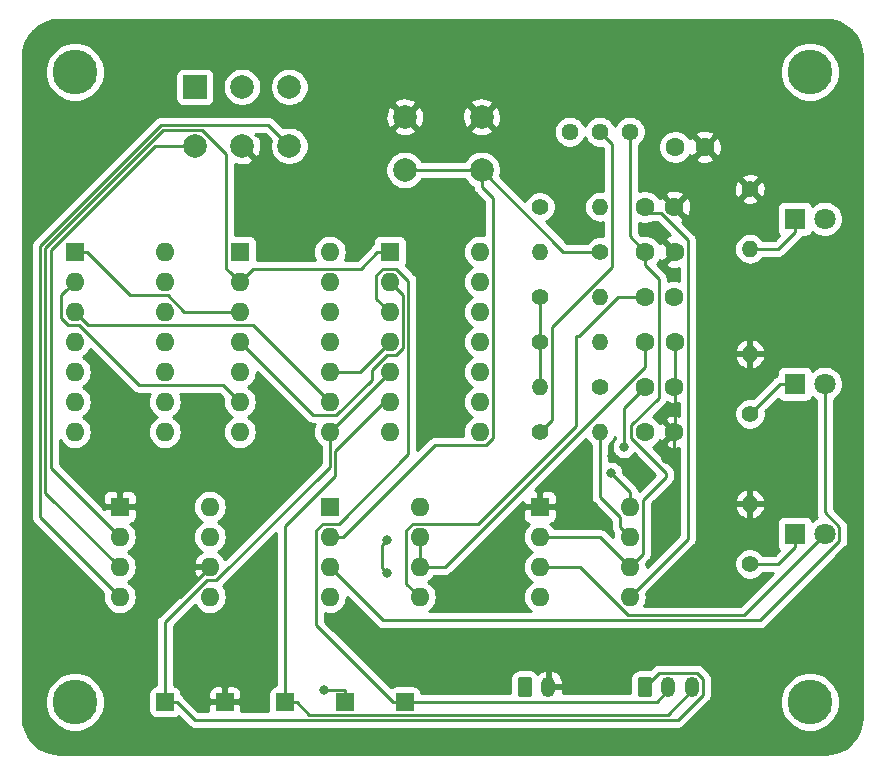
<source format=gbr>
G04 #@! TF.GenerationSoftware,KiCad,Pcbnew,(5.1.2-1)-1*
G04 #@! TF.CreationDate,2019-08-26T07:59:11+10:00*
G04 #@! TF.ProjectId,Clock,436c6f63-6b2e-46b6-9963-61645f706362,v01*
G04 #@! TF.SameCoordinates,Original*
G04 #@! TF.FileFunction,Copper,L1,Top*
G04 #@! TF.FilePolarity,Positive*
%FSLAX46Y46*%
G04 Gerber Fmt 4.6, Leading zero omitted, Abs format (unit mm)*
G04 Created by KiCad (PCBNEW (5.1.2-1)-1) date 2019-08-26 07:59:11*
%MOMM*%
%LPD*%
G04 APERTURE LIST*
%ADD10C,3.790000*%
%ADD11C,1.600000*%
%ADD12R,1.800000X1.800000*%
%ADD13C,1.800000*%
%ADD14R,1.500000X1.500000*%
%ADD15C,0.100000*%
%ADD16C,1.200000*%
%ADD17O,1.200000X1.750000*%
%ADD18O,1.400000X1.400000*%
%ADD19C,1.400000*%
%ADD20C,1.440000*%
%ADD21C,2.000000*%
%ADD22R,2.000000X2.000000*%
%ADD23O,1.600000X1.600000*%
%ADD24R,1.600000X1.600000*%
%ADD25C,0.800000*%
%ADD26C,0.250000*%
%ADD27C,0.254000*%
G04 APERTURE END LIST*
D10*
X116332000Y-118110000D03*
X116332000Y-64770000D03*
X178562000Y-64770000D03*
X178562000Y-118110000D03*
D11*
X164592000Y-76200000D03*
X167092000Y-76200000D03*
X167132000Y-80010000D03*
X164632000Y-80010000D03*
X164592000Y-83820000D03*
X167092000Y-83820000D03*
X167132000Y-87630000D03*
X164632000Y-87630000D03*
X164592000Y-91440000D03*
X167092000Y-91440000D03*
X167092000Y-95250000D03*
X164592000Y-95250000D03*
X167172000Y-71120000D03*
X169672000Y-71120000D03*
D12*
X177292000Y-103886000D03*
D13*
X179832000Y-103886000D03*
D12*
X177292000Y-77216000D03*
D13*
X179832000Y-77216000D03*
X179832000Y-91186000D03*
D12*
X177292000Y-91186000D03*
D14*
X144272000Y-118110000D03*
D15*
G36*
X154806505Y-115966204D02*
G01*
X154830773Y-115969804D01*
X154854572Y-115975765D01*
X154877671Y-115984030D01*
X154899850Y-115994520D01*
X154920893Y-116007132D01*
X154940599Y-116021747D01*
X154958777Y-116038223D01*
X154975253Y-116056401D01*
X154989868Y-116076107D01*
X155002480Y-116097150D01*
X155012970Y-116119329D01*
X155021235Y-116142428D01*
X155027196Y-116166227D01*
X155030796Y-116190495D01*
X155032000Y-116214999D01*
X155032000Y-117465001D01*
X155030796Y-117489505D01*
X155027196Y-117513773D01*
X155021235Y-117537572D01*
X155012970Y-117560671D01*
X155002480Y-117582850D01*
X154989868Y-117603893D01*
X154975253Y-117623599D01*
X154958777Y-117641777D01*
X154940599Y-117658253D01*
X154920893Y-117672868D01*
X154899850Y-117685480D01*
X154877671Y-117695970D01*
X154854572Y-117704235D01*
X154830773Y-117710196D01*
X154806505Y-117713796D01*
X154782001Y-117715000D01*
X154081999Y-117715000D01*
X154057495Y-117713796D01*
X154033227Y-117710196D01*
X154009428Y-117704235D01*
X153986329Y-117695970D01*
X153964150Y-117685480D01*
X153943107Y-117672868D01*
X153923401Y-117658253D01*
X153905223Y-117641777D01*
X153888747Y-117623599D01*
X153874132Y-117603893D01*
X153861520Y-117582850D01*
X153851030Y-117560671D01*
X153842765Y-117537572D01*
X153836804Y-117513773D01*
X153833204Y-117489505D01*
X153832000Y-117465001D01*
X153832000Y-116214999D01*
X153833204Y-116190495D01*
X153836804Y-116166227D01*
X153842765Y-116142428D01*
X153851030Y-116119329D01*
X153861520Y-116097150D01*
X153874132Y-116076107D01*
X153888747Y-116056401D01*
X153905223Y-116038223D01*
X153923401Y-116021747D01*
X153943107Y-116007132D01*
X153964150Y-115994520D01*
X153986329Y-115984030D01*
X154009428Y-115975765D01*
X154033227Y-115969804D01*
X154057495Y-115966204D01*
X154081999Y-115965000D01*
X154782001Y-115965000D01*
X154806505Y-115966204D01*
X154806505Y-115966204D01*
G37*
D16*
X154432000Y-116840000D03*
D17*
X156432000Y-116840000D03*
D15*
G36*
X164966505Y-115966204D02*
G01*
X164990773Y-115969804D01*
X165014572Y-115975765D01*
X165037671Y-115984030D01*
X165059850Y-115994520D01*
X165080893Y-116007132D01*
X165100599Y-116021747D01*
X165118777Y-116038223D01*
X165135253Y-116056401D01*
X165149868Y-116076107D01*
X165162480Y-116097150D01*
X165172970Y-116119329D01*
X165181235Y-116142428D01*
X165187196Y-116166227D01*
X165190796Y-116190495D01*
X165192000Y-116214999D01*
X165192000Y-117465001D01*
X165190796Y-117489505D01*
X165187196Y-117513773D01*
X165181235Y-117537572D01*
X165172970Y-117560671D01*
X165162480Y-117582850D01*
X165149868Y-117603893D01*
X165135253Y-117623599D01*
X165118777Y-117641777D01*
X165100599Y-117658253D01*
X165080893Y-117672868D01*
X165059850Y-117685480D01*
X165037671Y-117695970D01*
X165014572Y-117704235D01*
X164990773Y-117710196D01*
X164966505Y-117713796D01*
X164942001Y-117715000D01*
X164241999Y-117715000D01*
X164217495Y-117713796D01*
X164193227Y-117710196D01*
X164169428Y-117704235D01*
X164146329Y-117695970D01*
X164124150Y-117685480D01*
X164103107Y-117672868D01*
X164083401Y-117658253D01*
X164065223Y-117641777D01*
X164048747Y-117623599D01*
X164034132Y-117603893D01*
X164021520Y-117582850D01*
X164011030Y-117560671D01*
X164002765Y-117537572D01*
X163996804Y-117513773D01*
X163993204Y-117489505D01*
X163992000Y-117465001D01*
X163992000Y-116214999D01*
X163993204Y-116190495D01*
X163996804Y-116166227D01*
X164002765Y-116142428D01*
X164011030Y-116119329D01*
X164021520Y-116097150D01*
X164034132Y-116076107D01*
X164048747Y-116056401D01*
X164065223Y-116038223D01*
X164083401Y-116021747D01*
X164103107Y-116007132D01*
X164124150Y-115994520D01*
X164146329Y-115984030D01*
X164169428Y-115975765D01*
X164193227Y-115969804D01*
X164217495Y-115966204D01*
X164241999Y-115965000D01*
X164942001Y-115965000D01*
X164966505Y-115966204D01*
X164966505Y-115966204D01*
G37*
D16*
X164592000Y-116840000D03*
D17*
X166592000Y-116840000D03*
X168592000Y-116840000D03*
D18*
X173482000Y-101346000D03*
D19*
X173482000Y-106426000D03*
D18*
X160782000Y-76200000D03*
D19*
X155702000Y-76200000D03*
X155702000Y-95250000D03*
D18*
X160782000Y-95250000D03*
X173482000Y-79756000D03*
D19*
X173482000Y-74676000D03*
X160782000Y-80010000D03*
D18*
X155702000Y-80010000D03*
D19*
X155702000Y-83820000D03*
D18*
X160782000Y-83820000D03*
D19*
X173482000Y-93726000D03*
D18*
X173482000Y-88646000D03*
X160782000Y-87630000D03*
D19*
X155702000Y-87630000D03*
X160782000Y-91440000D03*
D18*
X155702000Y-91440000D03*
D20*
X163322000Y-69850000D03*
X160782000Y-69850000D03*
X158242000Y-69850000D03*
D21*
X144272000Y-73080000D03*
X144272000Y-68580000D03*
X150772000Y-73080000D03*
X150772000Y-68580000D03*
D22*
X126492000Y-66040000D03*
D21*
X130492000Y-66040000D03*
X134492000Y-66040000D03*
X126492000Y-71040000D03*
X130492000Y-71040000D03*
X134492000Y-71040000D03*
D14*
X123952000Y-118110000D03*
X129032000Y-118110000D03*
X134112000Y-118110000D03*
X139192000Y-118110000D03*
D23*
X150622000Y-80010000D03*
X143002000Y-95250000D03*
X150622000Y-82550000D03*
X143002000Y-92710000D03*
X150622000Y-85090000D03*
X143002000Y-90170000D03*
X150622000Y-87630000D03*
X143002000Y-87630000D03*
X150622000Y-90170000D03*
X143002000Y-85090000D03*
X150622000Y-92710000D03*
X143002000Y-82550000D03*
X150622000Y-95250000D03*
D24*
X143002000Y-80010000D03*
X155702000Y-101600000D03*
D23*
X163322000Y-109220000D03*
X155702000Y-104140000D03*
X163322000Y-106680000D03*
X155702000Y-106680000D03*
X163322000Y-104140000D03*
X155702000Y-109220000D03*
X163322000Y-101600000D03*
D24*
X130302000Y-80010000D03*
D23*
X137922000Y-95250000D03*
X130302000Y-82550000D03*
X137922000Y-92710000D03*
X130302000Y-85090000D03*
X137922000Y-90170000D03*
X130302000Y-87630000D03*
X137922000Y-87630000D03*
X130302000Y-90170000D03*
X137922000Y-85090000D03*
X130302000Y-92710000D03*
X137922000Y-82550000D03*
X130302000Y-95250000D03*
X137922000Y-80010000D03*
D24*
X116332000Y-80010000D03*
D23*
X123952000Y-95250000D03*
X116332000Y-82550000D03*
X123952000Y-92710000D03*
X116332000Y-85090000D03*
X123952000Y-90170000D03*
X116332000Y-87630000D03*
X123952000Y-87630000D03*
X116332000Y-90170000D03*
X123952000Y-85090000D03*
X116332000Y-92710000D03*
X123952000Y-82550000D03*
X116332000Y-95250000D03*
X123952000Y-80010000D03*
D24*
X137922000Y-101600000D03*
D23*
X145542000Y-109220000D03*
X137922000Y-104140000D03*
X145542000Y-106680000D03*
X137922000Y-106680000D03*
X145542000Y-104140000D03*
X137922000Y-109220000D03*
X145542000Y-101600000D03*
X127762000Y-101600000D03*
X120142000Y-109220000D03*
X127762000Y-104140000D03*
X120142000Y-106680000D03*
X127762000Y-106680000D03*
X120142000Y-104140000D03*
X127762000Y-109220000D03*
D24*
X120142000Y-101600000D03*
D25*
X165862000Y-78232000D03*
X166370000Y-97536000D03*
X164338000Y-98806000D03*
X161798000Y-97282000D03*
X159258000Y-97536000D03*
X124206000Y-109220000D03*
X127000000Y-114554000D03*
X137414000Y-117094000D03*
X142748000Y-104394000D03*
X142748000Y-107188000D03*
X162814000Y-96520000D03*
X161736848Y-98744848D03*
D26*
X165100000Y-76708000D02*
X164592000Y-76200000D01*
X165934998Y-76708000D02*
X165100000Y-76708000D01*
X168257001Y-79030003D02*
X165934998Y-76708000D01*
X168257001Y-104284999D02*
X168257001Y-79030003D01*
X163322000Y-109220000D02*
X168257001Y-104284999D01*
X167132000Y-95210000D02*
X167092000Y-95250000D01*
X167132000Y-87630000D02*
X167132000Y-95210000D01*
X167092000Y-96814000D02*
X166370000Y-97536000D01*
X167092000Y-95250000D02*
X167092000Y-96814000D01*
X163322000Y-98806000D02*
X161798000Y-97282000D01*
X164338000Y-98806000D02*
X163322000Y-98806000D01*
X125222000Y-109220000D02*
X124206000Y-109220000D01*
X127762000Y-106680000D02*
X125222000Y-109220000D01*
X129032000Y-116586000D02*
X129032000Y-118110000D01*
X127000000Y-114554000D02*
X129032000Y-116586000D01*
X160782000Y-104140000D02*
X155702000Y-104140000D01*
X163322000Y-106680000D02*
X160782000Y-104140000D01*
X163322000Y-78700000D02*
X164632000Y-80010000D01*
X163322000Y-69850000D02*
X163322000Y-78700000D01*
X165757001Y-82266371D02*
X164632000Y-81141370D01*
X165757001Y-92419997D02*
X165757001Y-82266371D01*
X163466999Y-95790001D02*
X163466999Y-94709999D01*
X164632000Y-81141370D02*
X164632000Y-80010000D01*
X166370000Y-98693002D02*
X163466999Y-95790001D01*
X163466999Y-94709999D02*
X165757001Y-92419997D01*
X166370000Y-99060000D02*
X166370000Y-98693002D01*
X164447001Y-105554999D02*
X164447001Y-100982999D01*
X164447001Y-100982999D02*
X166370000Y-99060000D01*
X163322000Y-106680000D02*
X164447001Y-105554999D01*
X145001999Y-103014999D02*
X150477001Y-103014999D01*
X144416999Y-103599999D02*
X145001999Y-103014999D01*
X144416999Y-108094999D02*
X144416999Y-103599999D01*
X145542000Y-109220000D02*
X144416999Y-108094999D01*
X150477001Y-103014999D02*
X158750000Y-94742000D01*
X158750000Y-94742000D02*
X158750000Y-87122000D01*
X163460630Y-83820000D02*
X164592000Y-83820000D01*
X162299002Y-83820000D02*
X163460630Y-83820000D01*
X158997002Y-87122000D02*
X162299002Y-83820000D01*
X158750000Y-87122000D02*
X158997002Y-87122000D01*
X145542000Y-106680000D02*
X145542000Y-104140000D01*
X146673370Y-106680000D02*
X145542000Y-106680000D01*
X164632000Y-89734998D02*
X147686998Y-106680000D01*
X147686998Y-106680000D02*
X146673370Y-106680000D01*
X164632000Y-87630000D02*
X164632000Y-89734998D01*
X139176000Y-117094000D02*
X137979685Y-117094000D01*
X137979685Y-117094000D02*
X137414000Y-117094000D01*
X139192000Y-117110000D02*
X139176000Y-117094000D01*
X139192000Y-118110000D02*
X139192000Y-117110000D01*
X142348001Y-104793999D02*
X142348001Y-106788001D01*
X142748000Y-104394000D02*
X142348001Y-104793999D01*
X142348001Y-106788001D02*
X142748000Y-107188000D01*
X155702000Y-83820000D02*
X155702000Y-91440000D01*
X162814000Y-94726588D02*
X162814000Y-96520000D01*
X162814000Y-93218000D02*
X162814000Y-94726588D01*
X164592000Y-91440000D02*
X162814000Y-93218000D01*
X163322000Y-100330000D02*
X161736848Y-98744848D01*
X163322000Y-101600000D02*
X163322000Y-100330000D01*
X177292000Y-105036000D02*
X177292000Y-103886000D01*
X175902000Y-106426000D02*
X177292000Y-105036000D01*
X173482000Y-106426000D02*
X175902000Y-106426000D01*
X163180998Y-110744000D02*
X172974000Y-110744000D01*
X172974000Y-110744000D02*
X179832000Y-103886000D01*
X159116998Y-106680000D02*
X163180998Y-110744000D01*
X155702000Y-106680000D02*
X159116998Y-106680000D01*
X177292000Y-78366000D02*
X177292000Y-77216000D01*
X175902000Y-79756000D02*
X177292000Y-78366000D01*
X173482000Y-79756000D02*
X175902000Y-79756000D01*
X137922000Y-98185002D02*
X137922000Y-96381370D01*
X137922000Y-96381370D02*
X137922000Y-95250000D01*
X128302001Y-107805001D02*
X137922000Y-98185002D01*
X127511997Y-107805001D02*
X128302001Y-107805001D01*
X123952000Y-111364998D02*
X127511997Y-107805001D01*
X123952000Y-118110000D02*
X123952000Y-111364998D01*
X124952000Y-118110000D02*
X123952000Y-118110000D01*
X126477011Y-119635011D02*
X124952000Y-118110000D01*
X167380150Y-119635011D02*
X126477011Y-119635011D01*
X169517010Y-117498151D02*
X167380150Y-119635011D01*
X168975151Y-115639990D02*
X169517010Y-116181849D01*
X165792010Y-115639990D02*
X168975151Y-115639990D01*
X169517010Y-116181849D02*
X169517010Y-117498151D01*
X164592000Y-116840000D02*
X165792010Y-115639990D01*
X137922000Y-95250000D02*
X143002000Y-90170000D01*
X138721999Y-107479999D02*
X137922000Y-106680000D01*
X142436010Y-111194010D02*
X138721999Y-107479999D01*
X174336992Y-111194010D02*
X142436010Y-111194010D01*
X181057001Y-104474001D02*
X174336992Y-111194010D01*
X181057001Y-103297999D02*
X181057001Y-104474001D01*
X179832000Y-102072998D02*
X181057001Y-103297999D01*
X179832000Y-91186000D02*
X179832000Y-102072998D01*
X176022000Y-91186000D02*
X177292000Y-91186000D01*
X173482000Y-93726000D02*
X176022000Y-91186000D01*
X166592000Y-117115000D02*
X166592000Y-116840000D01*
X165597000Y-118110000D02*
X166592000Y-117115000D01*
X144272000Y-118110000D02*
X165597000Y-118110000D01*
X143272000Y-118110000D02*
X144272000Y-118110000D01*
X136796999Y-111634999D02*
X143272000Y-118110000D01*
X138692003Y-103014999D02*
X137381999Y-103014999D01*
X144577011Y-97129991D02*
X138692003Y-103014999D01*
X144577011Y-82460009D02*
X144577011Y-97129991D01*
X142461999Y-81424999D02*
X143542001Y-81424999D01*
X143542001Y-81424999D02*
X144577011Y-82460009D01*
X141876999Y-82009999D02*
X142461999Y-81424999D01*
X136796999Y-103599999D02*
X136796999Y-111634999D01*
X137381999Y-103014999D02*
X136796999Y-103599999D01*
X141876999Y-83964999D02*
X141876999Y-82009999D01*
X143002000Y-85090000D02*
X141876999Y-83964999D01*
X136187001Y-119185001D02*
X135112000Y-118110000D01*
X166521999Y-119185001D02*
X136187001Y-119185001D01*
X168592000Y-117115000D02*
X166521999Y-119185001D01*
X135112000Y-118110000D02*
X134112000Y-118110000D01*
X168592000Y-116840000D02*
X168592000Y-117115000D01*
X134112000Y-103224998D02*
X134112000Y-117110000D01*
X134112000Y-117110000D02*
X134112000Y-118110000D01*
X138372010Y-96831990D02*
X138372010Y-98964988D01*
X138372010Y-98964988D02*
X134112000Y-103224998D01*
X142494000Y-92710000D02*
X138372010Y-96831990D01*
X143002000Y-92710000D02*
X142494000Y-92710000D01*
X160782000Y-100725002D02*
X160782000Y-96239949D01*
X162522001Y-103340001D02*
X162522001Y-102465003D01*
X160782000Y-96239949D02*
X160782000Y-95250000D01*
X162522001Y-102465003D02*
X160782000Y-100725002D01*
X163322000Y-104140000D02*
X162522001Y-103340001D01*
X156401999Y-94550001D02*
X155702000Y-95250000D01*
X156727001Y-86357997D02*
X156727001Y-94224999D01*
X161807001Y-81277997D02*
X156727001Y-86357997D01*
X156727001Y-94224999D02*
X156401999Y-94550001D01*
X161807001Y-70875001D02*
X161807001Y-81277997D01*
X160782000Y-69850000D02*
X161807001Y-70875001D01*
X144272000Y-73080000D02*
X150772000Y-73080000D01*
X157702000Y-80010000D02*
X160782000Y-80010000D01*
X150772000Y-73080000D02*
X157702000Y-80010000D01*
X150772000Y-74494213D02*
X150772000Y-73080000D01*
X151747001Y-75469214D02*
X150772000Y-74494213D01*
X151747001Y-95790001D02*
X151747001Y-75469214D01*
X151162001Y-96375001D02*
X151747001Y-95790001D01*
X146818369Y-96375001D02*
X151162001Y-96375001D01*
X139053370Y-104140000D02*
X146818369Y-96375001D01*
X137922000Y-104140000D02*
X139053370Y-104140000D01*
X114300000Y-98298000D02*
X120142000Y-104140000D01*
X114300000Y-79856998D02*
X114300000Y-98298000D01*
X123116998Y-71040000D02*
X114300000Y-79856998D01*
X126492000Y-71040000D02*
X123116998Y-71040000D01*
X133492001Y-70040001D02*
X134492000Y-71040000D01*
X132716989Y-69264989D02*
X133492001Y-70040001D01*
X123619189Y-69264989D02*
X132716989Y-69264989D01*
X113399982Y-79484196D02*
X123619189Y-69264989D01*
X113399982Y-102477982D02*
X113399982Y-79484196D01*
X120142000Y-109220000D02*
X113399982Y-102477982D01*
X140462000Y-90170000D02*
X143002000Y-87630000D01*
X137922000Y-90170000D02*
X140462000Y-90170000D01*
X143801999Y-83349999D02*
X143002000Y-82550000D01*
X144127001Y-83675001D02*
X143801999Y-83349999D01*
X143542001Y-88755001D02*
X144127001Y-88170001D01*
X142751997Y-88755001D02*
X143542001Y-88755001D01*
X141478000Y-90028998D02*
X142751997Y-88755001D01*
X138462001Y-93835001D02*
X141478000Y-90819002D01*
X144127001Y-88170001D02*
X144127001Y-83675001D01*
X141478000Y-90819002D02*
X141478000Y-90028998D01*
X136507001Y-93835001D02*
X138462001Y-93835001D01*
X130302000Y-87630000D02*
X136507001Y-93835001D01*
X129502001Y-81750001D02*
X130302000Y-82550000D01*
X129176999Y-71763997D02*
X129176999Y-81424999D01*
X129176999Y-81424999D02*
X129502001Y-81750001D01*
X127128001Y-69714999D02*
X129176999Y-71763997D01*
X123805589Y-69714999D02*
X127128001Y-69714999D01*
X113849991Y-79670597D02*
X123805589Y-69714999D01*
X113849990Y-100387990D02*
X113849991Y-79670597D01*
X120142000Y-106680000D02*
X113849990Y-100387990D01*
X141952000Y-80010000D02*
X143002000Y-80010000D01*
X140537001Y-81424999D02*
X141952000Y-80010000D01*
X131427001Y-81424999D02*
X140537001Y-81424999D01*
X130302000Y-82550000D02*
X131427001Y-81424999D01*
X117131999Y-85889999D02*
X116332000Y-85090000D01*
X117457001Y-86215001D02*
X117131999Y-85889999D01*
X131427001Y-86215001D02*
X117457001Y-86215001D01*
X137922000Y-92710000D02*
X131427001Y-86215001D01*
X117382000Y-80010000D02*
X116332000Y-80010000D01*
X121047001Y-83675001D02*
X117382000Y-80010000D01*
X124202003Y-83675001D02*
X121047001Y-83675001D01*
X125617002Y-85090000D02*
X124202003Y-83675001D01*
X130302000Y-85090000D02*
X125617002Y-85090000D01*
X115532001Y-83349999D02*
X116332000Y-82550000D01*
X115206999Y-83675001D02*
X115532001Y-83349999D01*
X115206999Y-85630001D02*
X115206999Y-83675001D01*
X116695001Y-86215001D02*
X115791999Y-86215001D01*
X115791999Y-86215001D02*
X115206999Y-85630001D01*
X121775001Y-91295001D02*
X116695001Y-86215001D01*
X128887001Y-91295001D02*
X121775001Y-91295001D01*
X130302000Y-92710000D02*
X128887001Y-91295001D01*
D27*
G36*
X180443222Y-60413096D02*
G01*
X181031164Y-60590606D01*
X181573436Y-60878937D01*
X182049364Y-61267094D01*
X182440845Y-61740314D01*
X182732951Y-62280552D01*
X182914563Y-62867244D01*
X182982001Y-63508888D01*
X182982000Y-119347721D01*
X182918904Y-119991221D01*
X182741394Y-120579164D01*
X182453063Y-121121436D01*
X182064906Y-121597364D01*
X181591686Y-121988845D01*
X181051449Y-122280950D01*
X180464756Y-122462563D01*
X179823130Y-122530000D01*
X115094279Y-122530000D01*
X114450779Y-122466904D01*
X113862836Y-122289394D01*
X113320564Y-122001063D01*
X112844636Y-121612906D01*
X112453155Y-121139686D01*
X112161050Y-120599449D01*
X111979437Y-120012756D01*
X111912000Y-119371130D01*
X111912000Y-117860817D01*
X113802000Y-117860817D01*
X113802000Y-118359183D01*
X113899226Y-118847974D01*
X114089943Y-119308405D01*
X114366820Y-119722781D01*
X114719219Y-120075180D01*
X115133595Y-120352057D01*
X115594026Y-120542774D01*
X116082817Y-120640000D01*
X116581183Y-120640000D01*
X117069974Y-120542774D01*
X117530405Y-120352057D01*
X117944781Y-120075180D01*
X118297180Y-119722781D01*
X118574057Y-119308405D01*
X118764774Y-118847974D01*
X118862000Y-118359183D01*
X118862000Y-117860817D01*
X118764774Y-117372026D01*
X118574057Y-116911595D01*
X118297180Y-116497219D01*
X117944781Y-116144820D01*
X117530405Y-115867943D01*
X117069974Y-115677226D01*
X116581183Y-115580000D01*
X116082817Y-115580000D01*
X115594026Y-115677226D01*
X115133595Y-115867943D01*
X114719219Y-116144820D01*
X114366820Y-116497219D01*
X114089943Y-116911595D01*
X113899226Y-117372026D01*
X113802000Y-117860817D01*
X111912000Y-117860817D01*
X111912000Y-79484196D01*
X112636306Y-79484196D01*
X112639983Y-79521529D01*
X112639982Y-102440660D01*
X112636306Y-102477982D01*
X112639982Y-102515304D01*
X112639982Y-102515314D01*
X112650979Y-102626967D01*
X112685819Y-102741820D01*
X112694436Y-102770228D01*
X112765008Y-102902258D01*
X112790034Y-102932752D01*
X112859981Y-103017983D01*
X112888985Y-103041786D01*
X118741292Y-108894094D01*
X118727764Y-108938691D01*
X118700057Y-109220000D01*
X118727764Y-109501309D01*
X118809818Y-109771808D01*
X118943068Y-110021101D01*
X119122392Y-110239608D01*
X119340899Y-110418932D01*
X119590192Y-110552182D01*
X119860691Y-110634236D01*
X120071508Y-110655000D01*
X120212492Y-110655000D01*
X120423309Y-110634236D01*
X120693808Y-110552182D01*
X120943101Y-110418932D01*
X121161608Y-110239608D01*
X121340932Y-110021101D01*
X121474182Y-109771808D01*
X121556236Y-109501309D01*
X121583943Y-109220000D01*
X121556236Y-108938691D01*
X121474182Y-108668192D01*
X121340932Y-108418899D01*
X121161608Y-108200392D01*
X120943101Y-108021068D01*
X120810142Y-107950000D01*
X120943101Y-107878932D01*
X121161608Y-107699608D01*
X121340932Y-107481101D01*
X121474182Y-107231808D01*
X121556236Y-106961309D01*
X121583943Y-106680000D01*
X121556236Y-106398691D01*
X121474182Y-106128192D01*
X121340932Y-105878899D01*
X121161608Y-105660392D01*
X120943101Y-105481068D01*
X120810142Y-105410000D01*
X120943101Y-105338932D01*
X121161608Y-105159608D01*
X121340932Y-104941101D01*
X121474182Y-104691808D01*
X121556236Y-104421309D01*
X121583943Y-104140000D01*
X121556236Y-103858691D01*
X121474182Y-103588192D01*
X121340932Y-103338899D01*
X121161608Y-103120392D01*
X121048518Y-103027581D01*
X121066482Y-103025812D01*
X121186180Y-102989502D01*
X121296494Y-102930537D01*
X121393185Y-102851185D01*
X121472537Y-102754494D01*
X121531502Y-102644180D01*
X121567812Y-102524482D01*
X121580072Y-102400000D01*
X121577000Y-101885750D01*
X121418250Y-101727000D01*
X120269000Y-101727000D01*
X120269000Y-101747000D01*
X120015000Y-101747000D01*
X120015000Y-101727000D01*
X118865750Y-101727000D01*
X118834776Y-101757974D01*
X117876802Y-100800000D01*
X118703928Y-100800000D01*
X118707000Y-101314250D01*
X118865750Y-101473000D01*
X120015000Y-101473000D01*
X120015000Y-100323750D01*
X120269000Y-100323750D01*
X120269000Y-101473000D01*
X121418250Y-101473000D01*
X121577000Y-101314250D01*
X121580072Y-100800000D01*
X121567812Y-100675518D01*
X121531502Y-100555820D01*
X121472537Y-100445506D01*
X121393185Y-100348815D01*
X121296494Y-100269463D01*
X121186180Y-100210498D01*
X121066482Y-100174188D01*
X120942000Y-100161928D01*
X120427750Y-100165000D01*
X120269000Y-100323750D01*
X120015000Y-100323750D01*
X119856250Y-100165000D01*
X119342000Y-100161928D01*
X119217518Y-100174188D01*
X119097820Y-100210498D01*
X118987506Y-100269463D01*
X118890815Y-100348815D01*
X118811463Y-100445506D01*
X118752498Y-100555820D01*
X118716188Y-100675518D01*
X118703928Y-100800000D01*
X117876802Y-100800000D01*
X115060000Y-97983199D01*
X115060000Y-95914401D01*
X115133068Y-96051101D01*
X115312392Y-96269608D01*
X115530899Y-96448932D01*
X115780192Y-96582182D01*
X116050691Y-96664236D01*
X116261508Y-96685000D01*
X116402492Y-96685000D01*
X116613309Y-96664236D01*
X116883808Y-96582182D01*
X117133101Y-96448932D01*
X117351608Y-96269608D01*
X117530932Y-96051101D01*
X117664182Y-95801808D01*
X117746236Y-95531309D01*
X117773943Y-95250000D01*
X117746236Y-94968691D01*
X117664182Y-94698192D01*
X117530932Y-94448899D01*
X117351608Y-94230392D01*
X117133101Y-94051068D01*
X117000142Y-93980000D01*
X117133101Y-93908932D01*
X117351608Y-93729608D01*
X117530932Y-93511101D01*
X117664182Y-93261808D01*
X117746236Y-92991309D01*
X117773943Y-92710000D01*
X117746236Y-92428691D01*
X117664182Y-92158192D01*
X117530932Y-91908899D01*
X117351608Y-91690392D01*
X117133101Y-91511068D01*
X117000142Y-91440000D01*
X117133101Y-91368932D01*
X117351608Y-91189608D01*
X117530932Y-90971101D01*
X117664182Y-90721808D01*
X117746236Y-90451309D01*
X117773943Y-90170000D01*
X117746236Y-89888691D01*
X117664182Y-89618192D01*
X117530932Y-89368899D01*
X117351608Y-89150392D01*
X117133101Y-88971068D01*
X117000142Y-88900000D01*
X117133101Y-88828932D01*
X117351608Y-88649608D01*
X117530932Y-88431101D01*
X117637300Y-88232101D01*
X121211201Y-91806003D01*
X121235000Y-91835002D01*
X121263998Y-91858800D01*
X121350724Y-91929975D01*
X121473725Y-91995721D01*
X121482754Y-92000547D01*
X121626015Y-92044004D01*
X121737668Y-92055001D01*
X121737678Y-92055001D01*
X121775001Y-92058677D01*
X121812324Y-92055001D01*
X122674975Y-92055001D01*
X122619818Y-92158192D01*
X122537764Y-92428691D01*
X122510057Y-92710000D01*
X122537764Y-92991309D01*
X122619818Y-93261808D01*
X122753068Y-93511101D01*
X122932392Y-93729608D01*
X123150899Y-93908932D01*
X123283858Y-93980000D01*
X123150899Y-94051068D01*
X122932392Y-94230392D01*
X122753068Y-94448899D01*
X122619818Y-94698192D01*
X122537764Y-94968691D01*
X122510057Y-95250000D01*
X122537764Y-95531309D01*
X122619818Y-95801808D01*
X122753068Y-96051101D01*
X122932392Y-96269608D01*
X123150899Y-96448932D01*
X123400192Y-96582182D01*
X123670691Y-96664236D01*
X123881508Y-96685000D01*
X124022492Y-96685000D01*
X124233309Y-96664236D01*
X124503808Y-96582182D01*
X124753101Y-96448932D01*
X124971608Y-96269608D01*
X125150932Y-96051101D01*
X125284182Y-95801808D01*
X125366236Y-95531309D01*
X125393943Y-95250000D01*
X125366236Y-94968691D01*
X125284182Y-94698192D01*
X125150932Y-94448899D01*
X124971608Y-94230392D01*
X124753101Y-94051068D01*
X124620142Y-93980000D01*
X124753101Y-93908932D01*
X124971608Y-93729608D01*
X125150932Y-93511101D01*
X125284182Y-93261808D01*
X125366236Y-92991309D01*
X125393943Y-92710000D01*
X125366236Y-92428691D01*
X125284182Y-92158192D01*
X125229025Y-92055001D01*
X128572200Y-92055001D01*
X128901292Y-92384094D01*
X128887764Y-92428691D01*
X128860057Y-92710000D01*
X128887764Y-92991309D01*
X128969818Y-93261808D01*
X129103068Y-93511101D01*
X129282392Y-93729608D01*
X129500899Y-93908932D01*
X129633858Y-93980000D01*
X129500899Y-94051068D01*
X129282392Y-94230392D01*
X129103068Y-94448899D01*
X128969818Y-94698192D01*
X128887764Y-94968691D01*
X128860057Y-95250000D01*
X128887764Y-95531309D01*
X128969818Y-95801808D01*
X129103068Y-96051101D01*
X129282392Y-96269608D01*
X129500899Y-96448932D01*
X129750192Y-96582182D01*
X130020691Y-96664236D01*
X130231508Y-96685000D01*
X130372492Y-96685000D01*
X130583309Y-96664236D01*
X130853808Y-96582182D01*
X131103101Y-96448932D01*
X131321608Y-96269608D01*
X131500932Y-96051101D01*
X131634182Y-95801808D01*
X131716236Y-95531309D01*
X131743943Y-95250000D01*
X131716236Y-94968691D01*
X131634182Y-94698192D01*
X131500932Y-94448899D01*
X131321608Y-94230392D01*
X131103101Y-94051068D01*
X130970142Y-93980000D01*
X131103101Y-93908932D01*
X131321608Y-93729608D01*
X131500932Y-93511101D01*
X131634182Y-93261808D01*
X131716236Y-92991309D01*
X131743943Y-92710000D01*
X131716236Y-92428691D01*
X131634182Y-92158192D01*
X131500932Y-91908899D01*
X131321608Y-91690392D01*
X131103101Y-91511068D01*
X130970142Y-91440000D01*
X131103101Y-91368932D01*
X131321608Y-91189608D01*
X131500932Y-90971101D01*
X131634182Y-90721808D01*
X131716236Y-90451309D01*
X131743943Y-90170000D01*
X131741402Y-90144204D01*
X135943202Y-94346004D01*
X135967000Y-94375002D01*
X135995998Y-94398800D01*
X136082725Y-94469975D01*
X136214754Y-94540547D01*
X136358015Y-94584004D01*
X136507001Y-94598678D01*
X136544334Y-94595001D01*
X136644975Y-94595001D01*
X136589818Y-94698192D01*
X136507764Y-94968691D01*
X136480057Y-95250000D01*
X136507764Y-95531309D01*
X136589818Y-95801808D01*
X136723068Y-96051101D01*
X136902392Y-96269608D01*
X137120899Y-96448932D01*
X137162001Y-96470901D01*
X137162000Y-97870200D01*
X129024036Y-106008165D01*
X128993037Y-105942580D01*
X128825519Y-105716586D01*
X128617131Y-105527615D01*
X128425318Y-105412579D01*
X128563101Y-105338932D01*
X128781608Y-105159608D01*
X128960932Y-104941101D01*
X129094182Y-104691808D01*
X129176236Y-104421309D01*
X129203943Y-104140000D01*
X129176236Y-103858691D01*
X129094182Y-103588192D01*
X128960932Y-103338899D01*
X128781608Y-103120392D01*
X128563101Y-102941068D01*
X128430142Y-102870000D01*
X128563101Y-102798932D01*
X128781608Y-102619608D01*
X128960932Y-102401101D01*
X129094182Y-102151808D01*
X129176236Y-101881309D01*
X129203943Y-101600000D01*
X129176236Y-101318691D01*
X129094182Y-101048192D01*
X128960932Y-100798899D01*
X128781608Y-100580392D01*
X128563101Y-100401068D01*
X128313808Y-100267818D01*
X128043309Y-100185764D01*
X127832492Y-100165000D01*
X127691508Y-100165000D01*
X127480691Y-100185764D01*
X127210192Y-100267818D01*
X126960899Y-100401068D01*
X126742392Y-100580392D01*
X126563068Y-100798899D01*
X126429818Y-101048192D01*
X126347764Y-101318691D01*
X126320057Y-101600000D01*
X126347764Y-101881309D01*
X126429818Y-102151808D01*
X126563068Y-102401101D01*
X126742392Y-102619608D01*
X126960899Y-102798932D01*
X127093858Y-102870000D01*
X126960899Y-102941068D01*
X126742392Y-103120392D01*
X126563068Y-103338899D01*
X126429818Y-103588192D01*
X126347764Y-103858691D01*
X126320057Y-104140000D01*
X126347764Y-104421309D01*
X126429818Y-104691808D01*
X126563068Y-104941101D01*
X126742392Y-105159608D01*
X126960899Y-105338932D01*
X127098682Y-105412579D01*
X126906869Y-105527615D01*
X126698481Y-105716586D01*
X126530963Y-105942580D01*
X126410754Y-106196913D01*
X126370096Y-106330961D01*
X126492085Y-106553000D01*
X127635000Y-106553000D01*
X127635000Y-106533000D01*
X127889000Y-106533000D01*
X127889000Y-106553000D01*
X127909000Y-106553000D01*
X127909000Y-106807000D01*
X127889000Y-106807000D01*
X127889000Y-106827000D01*
X127635000Y-106827000D01*
X127635000Y-106807000D01*
X126492085Y-106807000D01*
X126370096Y-107029039D01*
X126410754Y-107163087D01*
X126530963Y-107417420D01*
X126656039Y-107586157D01*
X123440998Y-110801199D01*
X123412000Y-110824997D01*
X123388202Y-110853995D01*
X123388201Y-110853996D01*
X123317026Y-110940722D01*
X123246454Y-111072752D01*
X123217478Y-111168276D01*
X123204603Y-111210723D01*
X123202998Y-111216013D01*
X123188324Y-111364998D01*
X123192001Y-111402330D01*
X123192000Y-116722913D01*
X123077518Y-116734188D01*
X122957820Y-116770498D01*
X122847506Y-116829463D01*
X122750815Y-116908815D01*
X122671463Y-117005506D01*
X122612498Y-117115820D01*
X122576188Y-117235518D01*
X122563928Y-117360000D01*
X122563928Y-118860000D01*
X122576188Y-118984482D01*
X122612498Y-119104180D01*
X122671463Y-119214494D01*
X122750815Y-119311185D01*
X122847506Y-119390537D01*
X122957820Y-119449502D01*
X123077518Y-119485812D01*
X123202000Y-119498072D01*
X124702000Y-119498072D01*
X124826482Y-119485812D01*
X124946180Y-119449502D01*
X125056494Y-119390537D01*
X125112101Y-119344902D01*
X125913212Y-120146014D01*
X125937010Y-120175012D01*
X126052735Y-120269985D01*
X126184764Y-120340557D01*
X126328025Y-120384014D01*
X126439678Y-120395011D01*
X126439687Y-120395011D01*
X126477010Y-120398687D01*
X126514333Y-120395011D01*
X167342828Y-120395011D01*
X167380150Y-120398687D01*
X167417472Y-120395011D01*
X167417483Y-120395011D01*
X167529136Y-120384014D01*
X167672397Y-120340557D01*
X167804426Y-120269985D01*
X167920151Y-120175012D01*
X167943954Y-120146009D01*
X170028018Y-118061946D01*
X170057011Y-118038152D01*
X170080805Y-118009159D01*
X170080809Y-118009155D01*
X170151983Y-117922428D01*
X170151984Y-117922427D01*
X170184915Y-117860817D01*
X176032000Y-117860817D01*
X176032000Y-118359183D01*
X176129226Y-118847974D01*
X176319943Y-119308405D01*
X176596820Y-119722781D01*
X176949219Y-120075180D01*
X177363595Y-120352057D01*
X177824026Y-120542774D01*
X178312817Y-120640000D01*
X178811183Y-120640000D01*
X179299974Y-120542774D01*
X179760405Y-120352057D01*
X180174781Y-120075180D01*
X180527180Y-119722781D01*
X180804057Y-119308405D01*
X180994774Y-118847974D01*
X181092000Y-118359183D01*
X181092000Y-117860817D01*
X180994774Y-117372026D01*
X180804057Y-116911595D01*
X180527180Y-116497219D01*
X180174781Y-116144820D01*
X179760405Y-115867943D01*
X179299974Y-115677226D01*
X178811183Y-115580000D01*
X178312817Y-115580000D01*
X177824026Y-115677226D01*
X177363595Y-115867943D01*
X176949219Y-116144820D01*
X176596820Y-116497219D01*
X176319943Y-116911595D01*
X176129226Y-117372026D01*
X176032000Y-117860817D01*
X170184915Y-117860817D01*
X170222556Y-117790398D01*
X170266013Y-117647137D01*
X170277010Y-117535484D01*
X170277010Y-117535475D01*
X170280686Y-117498152D01*
X170277010Y-117460829D01*
X170277010Y-116219171D01*
X170280686Y-116181848D01*
X170277010Y-116144525D01*
X170277010Y-116144516D01*
X170266013Y-116032863D01*
X170222556Y-115889602D01*
X170151984Y-115757573D01*
X170057011Y-115641848D01*
X170028013Y-115618051D01*
X169538954Y-115128992D01*
X169515152Y-115099989D01*
X169399427Y-115005016D01*
X169267398Y-114934444D01*
X169124137Y-114890987D01*
X169012484Y-114879990D01*
X169012473Y-114879990D01*
X168975151Y-114876314D01*
X168937829Y-114879990D01*
X165829332Y-114879990D01*
X165792009Y-114876314D01*
X165754686Y-114879990D01*
X165754677Y-114879990D01*
X165643024Y-114890987D01*
X165499763Y-114934444D01*
X165367734Y-115005016D01*
X165367732Y-115005017D01*
X165367733Y-115005017D01*
X165281006Y-115076191D01*
X165281002Y-115076195D01*
X165252009Y-115099989D01*
X165228215Y-115128982D01*
X165022355Y-115334842D01*
X164942001Y-115326928D01*
X164241999Y-115326928D01*
X164068745Y-115343992D01*
X163902149Y-115394528D01*
X163748613Y-115476595D01*
X163614038Y-115587038D01*
X163503595Y-115721613D01*
X163421528Y-115875149D01*
X163370992Y-116041745D01*
X163353928Y-116214999D01*
X163353928Y-117350000D01*
X157645034Y-117350000D01*
X157667000Y-117242000D01*
X157667000Y-116967000D01*
X156559000Y-116967000D01*
X156559000Y-116987000D01*
X156305000Y-116987000D01*
X156305000Y-116967000D01*
X156285000Y-116967000D01*
X156285000Y-116713000D01*
X156305000Y-116713000D01*
X156305000Y-115496269D01*
X156559000Y-115496269D01*
X156559000Y-116713000D01*
X157667000Y-116713000D01*
X157667000Y-116438000D01*
X157618493Y-116199504D01*
X157524390Y-115975054D01*
X157388307Y-115773275D01*
X157215474Y-115601922D01*
X157012533Y-115467579D01*
X156787282Y-115375409D01*
X156749609Y-115371538D01*
X156559000Y-115496269D01*
X156305000Y-115496269D01*
X156114391Y-115371538D01*
X156076718Y-115375409D01*
X155851467Y-115467579D01*
X155648526Y-115601922D01*
X155522967Y-115726406D01*
X155520405Y-115721613D01*
X155409962Y-115587038D01*
X155275387Y-115476595D01*
X155121851Y-115394528D01*
X154955255Y-115343992D01*
X154782001Y-115326928D01*
X154081999Y-115326928D01*
X153908745Y-115343992D01*
X153742149Y-115394528D01*
X153588613Y-115476595D01*
X153454038Y-115587038D01*
X153343595Y-115721613D01*
X153261528Y-115875149D01*
X153210992Y-116041745D01*
X153193928Y-116214999D01*
X153193928Y-117350000D01*
X145659087Y-117350000D01*
X145647812Y-117235518D01*
X145611502Y-117115820D01*
X145552537Y-117005506D01*
X145473185Y-116908815D01*
X145376494Y-116829463D01*
X145266180Y-116770498D01*
X145146482Y-116734188D01*
X145022000Y-116721928D01*
X143522000Y-116721928D01*
X143397518Y-116734188D01*
X143277820Y-116770498D01*
X143167506Y-116829463D01*
X143111900Y-116875098D01*
X137556999Y-111320198D01*
X137556999Y-110608849D01*
X137640691Y-110634236D01*
X137851508Y-110655000D01*
X137992492Y-110655000D01*
X138203309Y-110634236D01*
X138473808Y-110552182D01*
X138723101Y-110418932D01*
X138941608Y-110239608D01*
X139120932Y-110021101D01*
X139254182Y-109771808D01*
X139336236Y-109501309D01*
X139363943Y-109220000D01*
X139361402Y-109194204D01*
X141872211Y-111705013D01*
X141896009Y-111734011D01*
X142011734Y-111828984D01*
X142143763Y-111899556D01*
X142287024Y-111943013D01*
X142398677Y-111954010D01*
X142398685Y-111954010D01*
X142436010Y-111957686D01*
X142473335Y-111954010D01*
X174299670Y-111954010D01*
X174336992Y-111957686D01*
X174374314Y-111954010D01*
X174374325Y-111954010D01*
X174485978Y-111943013D01*
X174629239Y-111899556D01*
X174761268Y-111828984D01*
X174876993Y-111734011D01*
X174900796Y-111705007D01*
X181568004Y-105037800D01*
X181597002Y-105014002D01*
X181691975Y-104898277D01*
X181762547Y-104766248D01*
X181806004Y-104622987D01*
X181817001Y-104511334D01*
X181817001Y-104511324D01*
X181820677Y-104474001D01*
X181817001Y-104436678D01*
X181817001Y-103335321D01*
X181820677Y-103297998D01*
X181817001Y-103260675D01*
X181817001Y-103260666D01*
X181806004Y-103149013D01*
X181762547Y-103005752D01*
X181723527Y-102932751D01*
X181691975Y-102873722D01*
X181620800Y-102786996D01*
X181597002Y-102757998D01*
X181568005Y-102734201D01*
X180592000Y-101758197D01*
X180592000Y-92524313D01*
X180810505Y-92378312D01*
X181024312Y-92164505D01*
X181192299Y-91913095D01*
X181308011Y-91633743D01*
X181367000Y-91337184D01*
X181367000Y-91034816D01*
X181308011Y-90738257D01*
X181192299Y-90458905D01*
X181024312Y-90207495D01*
X180810505Y-89993688D01*
X180559095Y-89825701D01*
X180279743Y-89709989D01*
X179983184Y-89651000D01*
X179680816Y-89651000D01*
X179384257Y-89709989D01*
X179104905Y-89825701D01*
X178853495Y-89993688D01*
X178787056Y-90060127D01*
X178781502Y-90041820D01*
X178722537Y-89931506D01*
X178643185Y-89834815D01*
X178546494Y-89755463D01*
X178436180Y-89696498D01*
X178316482Y-89660188D01*
X178192000Y-89647928D01*
X176392000Y-89647928D01*
X176267518Y-89660188D01*
X176147820Y-89696498D01*
X176037506Y-89755463D01*
X175940815Y-89834815D01*
X175861463Y-89931506D01*
X175802498Y-90041820D01*
X175766188Y-90161518D01*
X175753928Y-90286000D01*
X175753928Y-90473121D01*
X175729753Y-90480454D01*
X175597724Y-90551026D01*
X175597722Y-90551027D01*
X175597723Y-90551027D01*
X175510996Y-90622201D01*
X175510992Y-90622205D01*
X175481999Y-90645999D01*
X175458205Y-90674992D01*
X173720843Y-92412355D01*
X173613486Y-92391000D01*
X173350514Y-92391000D01*
X173092595Y-92442304D01*
X172849641Y-92542939D01*
X172630987Y-92689038D01*
X172445038Y-92874987D01*
X172298939Y-93093641D01*
X172198304Y-93336595D01*
X172147000Y-93594514D01*
X172147000Y-93857486D01*
X172198304Y-94115405D01*
X172298939Y-94358359D01*
X172445038Y-94577013D01*
X172630987Y-94762962D01*
X172849641Y-94909061D01*
X173092595Y-95009696D01*
X173350514Y-95061000D01*
X173613486Y-95061000D01*
X173871405Y-95009696D01*
X174114359Y-94909061D01*
X174333013Y-94762962D01*
X174518962Y-94577013D01*
X174665061Y-94358359D01*
X174765696Y-94115405D01*
X174817000Y-93857486D01*
X174817000Y-93594514D01*
X174795645Y-93487157D01*
X175854791Y-92428012D01*
X175861463Y-92440494D01*
X175940815Y-92537185D01*
X176037506Y-92616537D01*
X176147820Y-92675502D01*
X176267518Y-92711812D01*
X176392000Y-92724072D01*
X178192000Y-92724072D01*
X178316482Y-92711812D01*
X178436180Y-92675502D01*
X178546494Y-92616537D01*
X178643185Y-92537185D01*
X178722537Y-92440494D01*
X178781502Y-92330180D01*
X178787056Y-92311873D01*
X178853495Y-92378312D01*
X179072000Y-92524313D01*
X179072001Y-102035666D01*
X179068324Y-102072998D01*
X179072001Y-102110331D01*
X179082998Y-102221984D01*
X179091898Y-102251323D01*
X179126454Y-102365244D01*
X179192768Y-102489307D01*
X179104905Y-102525701D01*
X178853495Y-102693688D01*
X178787056Y-102760127D01*
X178781502Y-102741820D01*
X178722537Y-102631506D01*
X178643185Y-102534815D01*
X178546494Y-102455463D01*
X178436180Y-102396498D01*
X178316482Y-102360188D01*
X178192000Y-102347928D01*
X176392000Y-102347928D01*
X176267518Y-102360188D01*
X176147820Y-102396498D01*
X176037506Y-102455463D01*
X175940815Y-102534815D01*
X175861463Y-102631506D01*
X175802498Y-102741820D01*
X175766188Y-102861518D01*
X175753928Y-102986000D01*
X175753928Y-104786000D01*
X175766188Y-104910482D01*
X175802498Y-105030180D01*
X175861463Y-105140494D01*
X175940815Y-105237185D01*
X175982118Y-105271081D01*
X175587199Y-105666000D01*
X174579775Y-105666000D01*
X174518962Y-105574987D01*
X174333013Y-105389038D01*
X174114359Y-105242939D01*
X173871405Y-105142304D01*
X173613486Y-105091000D01*
X173350514Y-105091000D01*
X173092595Y-105142304D01*
X172849641Y-105242939D01*
X172630987Y-105389038D01*
X172445038Y-105574987D01*
X172298939Y-105793641D01*
X172198304Y-106036595D01*
X172147000Y-106294514D01*
X172147000Y-106557486D01*
X172198304Y-106815405D01*
X172298939Y-107058359D01*
X172445038Y-107277013D01*
X172630987Y-107462962D01*
X172849641Y-107609061D01*
X173092595Y-107709696D01*
X173350514Y-107761000D01*
X173613486Y-107761000D01*
X173871405Y-107709696D01*
X174114359Y-107609061D01*
X174333013Y-107462962D01*
X174518962Y-107277013D01*
X174579775Y-107186000D01*
X175457199Y-107186000D01*
X172659199Y-109984000D01*
X164540763Y-109984000D01*
X164654182Y-109771808D01*
X164736236Y-109501309D01*
X164763943Y-109220000D01*
X164736236Y-108938691D01*
X164722708Y-108894094D01*
X168768005Y-104848797D01*
X168797002Y-104825000D01*
X168891975Y-104709275D01*
X168962547Y-104577246D01*
X169006004Y-104433985D01*
X169017001Y-104322332D01*
X169017001Y-104322323D01*
X169020677Y-104285000D01*
X169017001Y-104247677D01*
X169017001Y-101679330D01*
X172189278Y-101679330D01*
X172279147Y-101925123D01*
X172415241Y-102148660D01*
X172592330Y-102341351D01*
X172803608Y-102495792D01*
X173040956Y-102606047D01*
X173148671Y-102638716D01*
X173355000Y-102515374D01*
X173355000Y-101473000D01*
X173609000Y-101473000D01*
X173609000Y-102515374D01*
X173815329Y-102638716D01*
X173923044Y-102606047D01*
X174160392Y-102495792D01*
X174371670Y-102341351D01*
X174548759Y-102148660D01*
X174684853Y-101925123D01*
X174774722Y-101679330D01*
X174652201Y-101473000D01*
X173609000Y-101473000D01*
X173355000Y-101473000D01*
X172311799Y-101473000D01*
X172189278Y-101679330D01*
X169017001Y-101679330D01*
X169017001Y-101012670D01*
X172189278Y-101012670D01*
X172311799Y-101219000D01*
X173355000Y-101219000D01*
X173355000Y-100176626D01*
X173609000Y-100176626D01*
X173609000Y-101219000D01*
X174652201Y-101219000D01*
X174774722Y-101012670D01*
X174684853Y-100766877D01*
X174548759Y-100543340D01*
X174371670Y-100350649D01*
X174160392Y-100196208D01*
X173923044Y-100085953D01*
X173815329Y-100053284D01*
X173609000Y-100176626D01*
X173355000Y-100176626D01*
X173148671Y-100053284D01*
X173040956Y-100085953D01*
X172803608Y-100196208D01*
X172592330Y-100350649D01*
X172415241Y-100543340D01*
X172279147Y-100766877D01*
X172189278Y-101012670D01*
X169017001Y-101012670D01*
X169017001Y-88979330D01*
X172189278Y-88979330D01*
X172279147Y-89225123D01*
X172415241Y-89448660D01*
X172592330Y-89641351D01*
X172803608Y-89795792D01*
X173040956Y-89906047D01*
X173148671Y-89938716D01*
X173355000Y-89815374D01*
X173355000Y-88773000D01*
X173609000Y-88773000D01*
X173609000Y-89815374D01*
X173815329Y-89938716D01*
X173923044Y-89906047D01*
X174160392Y-89795792D01*
X174371670Y-89641351D01*
X174548759Y-89448660D01*
X174684853Y-89225123D01*
X174774722Y-88979330D01*
X174652201Y-88773000D01*
X173609000Y-88773000D01*
X173355000Y-88773000D01*
X172311799Y-88773000D01*
X172189278Y-88979330D01*
X169017001Y-88979330D01*
X169017001Y-88312670D01*
X172189278Y-88312670D01*
X172311799Y-88519000D01*
X173355000Y-88519000D01*
X173355000Y-87476626D01*
X173609000Y-87476626D01*
X173609000Y-88519000D01*
X174652201Y-88519000D01*
X174774722Y-88312670D01*
X174684853Y-88066877D01*
X174548759Y-87843340D01*
X174371670Y-87650649D01*
X174160392Y-87496208D01*
X173923044Y-87385953D01*
X173815329Y-87353284D01*
X173609000Y-87476626D01*
X173355000Y-87476626D01*
X173148671Y-87353284D01*
X173040956Y-87385953D01*
X172803608Y-87496208D01*
X172592330Y-87650649D01*
X172415241Y-87843340D01*
X172279147Y-88066877D01*
X172189278Y-88312670D01*
X169017001Y-88312670D01*
X169017001Y-79756000D01*
X172140541Y-79756000D01*
X172166317Y-80017706D01*
X172242653Y-80269354D01*
X172366618Y-80501275D01*
X172533445Y-80704555D01*
X172736725Y-80871382D01*
X172968646Y-80995347D01*
X173220294Y-81071683D01*
X173416421Y-81091000D01*
X173547579Y-81091000D01*
X173743706Y-81071683D01*
X173995354Y-80995347D01*
X174227275Y-80871382D01*
X174430555Y-80704555D01*
X174585298Y-80516000D01*
X175864678Y-80516000D01*
X175902000Y-80519676D01*
X175939322Y-80516000D01*
X175939333Y-80516000D01*
X176050986Y-80505003D01*
X176194247Y-80461546D01*
X176326276Y-80390974D01*
X176442001Y-80296001D01*
X176465804Y-80266997D01*
X177803004Y-78929798D01*
X177832001Y-78906001D01*
X177926974Y-78790276D01*
X177946326Y-78754072D01*
X178192000Y-78754072D01*
X178316482Y-78741812D01*
X178436180Y-78705502D01*
X178546494Y-78646537D01*
X178643185Y-78567185D01*
X178722537Y-78470494D01*
X178781502Y-78360180D01*
X178787056Y-78341873D01*
X178853495Y-78408312D01*
X179104905Y-78576299D01*
X179384257Y-78692011D01*
X179680816Y-78751000D01*
X179983184Y-78751000D01*
X180279743Y-78692011D01*
X180559095Y-78576299D01*
X180810505Y-78408312D01*
X181024312Y-78194505D01*
X181192299Y-77943095D01*
X181308011Y-77663743D01*
X181367000Y-77367184D01*
X181367000Y-77064816D01*
X181308011Y-76768257D01*
X181192299Y-76488905D01*
X181024312Y-76237495D01*
X180810505Y-76023688D01*
X180559095Y-75855701D01*
X180279743Y-75739989D01*
X179983184Y-75681000D01*
X179680816Y-75681000D01*
X179384257Y-75739989D01*
X179104905Y-75855701D01*
X178853495Y-76023688D01*
X178787056Y-76090127D01*
X178781502Y-76071820D01*
X178722537Y-75961506D01*
X178643185Y-75864815D01*
X178546494Y-75785463D01*
X178436180Y-75726498D01*
X178316482Y-75690188D01*
X178192000Y-75677928D01*
X176392000Y-75677928D01*
X176267518Y-75690188D01*
X176147820Y-75726498D01*
X176037506Y-75785463D01*
X175940815Y-75864815D01*
X175861463Y-75961506D01*
X175802498Y-76071820D01*
X175766188Y-76191518D01*
X175753928Y-76316000D01*
X175753928Y-78116000D01*
X175766188Y-78240482D01*
X175802498Y-78360180D01*
X175861463Y-78470494D01*
X175940815Y-78567185D01*
X175982118Y-78601081D01*
X175587199Y-78996000D01*
X174585298Y-78996000D01*
X174430555Y-78807445D01*
X174227275Y-78640618D01*
X173995354Y-78516653D01*
X173743706Y-78440317D01*
X173547579Y-78421000D01*
X173416421Y-78421000D01*
X173220294Y-78440317D01*
X172968646Y-78516653D01*
X172736725Y-78640618D01*
X172533445Y-78807445D01*
X172366618Y-79010725D01*
X172242653Y-79242646D01*
X172166317Y-79494294D01*
X172140541Y-79756000D01*
X169017001Y-79756000D01*
X169017001Y-79067325D01*
X169020677Y-79030002D01*
X169017001Y-78992679D01*
X169017001Y-78992670D01*
X169006004Y-78881017D01*
X168962547Y-78737756D01*
X168956426Y-78726304D01*
X168891975Y-78605726D01*
X168820800Y-78519000D01*
X168797002Y-78490002D01*
X168768004Y-78466204D01*
X167771577Y-77469777D01*
X167833514Y-77436671D01*
X167905097Y-77192702D01*
X167092000Y-76379605D01*
X167077858Y-76393748D01*
X166898253Y-76214143D01*
X166912395Y-76200000D01*
X167271605Y-76200000D01*
X168084702Y-77013097D01*
X168328671Y-76941514D01*
X168449571Y-76686004D01*
X168518300Y-76411816D01*
X168532217Y-76129488D01*
X168490787Y-75849870D01*
X168400453Y-75597269D01*
X172740336Y-75597269D01*
X172799797Y-75831037D01*
X173038242Y-75941934D01*
X173293740Y-76004183D01*
X173556473Y-76015390D01*
X173816344Y-75975125D01*
X174063366Y-75884935D01*
X174164203Y-75831037D01*
X174223664Y-75597269D01*
X173482000Y-74855605D01*
X172740336Y-75597269D01*
X168400453Y-75597269D01*
X168395603Y-75583708D01*
X168328671Y-75458486D01*
X168084702Y-75386903D01*
X167271605Y-76200000D01*
X166912395Y-76200000D01*
X166099298Y-75386903D01*
X165855329Y-75458486D01*
X165841676Y-75487341D01*
X165706637Y-75285241D01*
X165628694Y-75207298D01*
X166278903Y-75207298D01*
X167092000Y-76020395D01*
X167905097Y-75207298D01*
X167833514Y-74963329D01*
X167578004Y-74842429D01*
X167303816Y-74773700D01*
X167021488Y-74759783D01*
X166741870Y-74801213D01*
X166475708Y-74896397D01*
X166350486Y-74963329D01*
X166278903Y-75207298D01*
X165628694Y-75207298D01*
X165506759Y-75085363D01*
X165271727Y-74928320D01*
X165010574Y-74820147D01*
X164733335Y-74765000D01*
X164450665Y-74765000D01*
X164173426Y-74820147D01*
X164082000Y-74858017D01*
X164082000Y-74750473D01*
X172142610Y-74750473D01*
X172182875Y-75010344D01*
X172273065Y-75257366D01*
X172326963Y-75358203D01*
X172560731Y-75417664D01*
X173302395Y-74676000D01*
X173661605Y-74676000D01*
X174403269Y-75417664D01*
X174637037Y-75358203D01*
X174747934Y-75119758D01*
X174810183Y-74864260D01*
X174821390Y-74601527D01*
X174781125Y-74341656D01*
X174690935Y-74094634D01*
X174637037Y-73993797D01*
X174403269Y-73934336D01*
X173661605Y-74676000D01*
X173302395Y-74676000D01*
X172560731Y-73934336D01*
X172326963Y-73993797D01*
X172216066Y-74232242D01*
X172153817Y-74487740D01*
X172142610Y-74750473D01*
X164082000Y-74750473D01*
X164082000Y-73754731D01*
X172740336Y-73754731D01*
X173482000Y-74496395D01*
X174223664Y-73754731D01*
X174164203Y-73520963D01*
X173925758Y-73410066D01*
X173670260Y-73347817D01*
X173407527Y-73336610D01*
X173147656Y-73376875D01*
X172900634Y-73467065D01*
X172799797Y-73520963D01*
X172740336Y-73754731D01*
X164082000Y-73754731D01*
X164082000Y-70978665D01*
X165737000Y-70978665D01*
X165737000Y-71261335D01*
X165792147Y-71538574D01*
X165900320Y-71799727D01*
X166057363Y-72034759D01*
X166257241Y-72234637D01*
X166492273Y-72391680D01*
X166753426Y-72499853D01*
X167030665Y-72555000D01*
X167313335Y-72555000D01*
X167590574Y-72499853D01*
X167851727Y-72391680D01*
X168086759Y-72234637D01*
X168208694Y-72112702D01*
X168858903Y-72112702D01*
X168930486Y-72356671D01*
X169185996Y-72477571D01*
X169460184Y-72546300D01*
X169742512Y-72560217D01*
X170022130Y-72518787D01*
X170288292Y-72423603D01*
X170413514Y-72356671D01*
X170485097Y-72112702D01*
X169672000Y-71299605D01*
X168858903Y-72112702D01*
X168208694Y-72112702D01*
X168286637Y-72034759D01*
X168420692Y-71834131D01*
X168435329Y-71861514D01*
X168679298Y-71933097D01*
X169492395Y-71120000D01*
X169851605Y-71120000D01*
X170664702Y-71933097D01*
X170908671Y-71861514D01*
X171029571Y-71606004D01*
X171098300Y-71331816D01*
X171112217Y-71049488D01*
X171070787Y-70769870D01*
X170975603Y-70503708D01*
X170908671Y-70378486D01*
X170664702Y-70306903D01*
X169851605Y-71120000D01*
X169492395Y-71120000D01*
X168679298Y-70306903D01*
X168435329Y-70378486D01*
X168421676Y-70407341D01*
X168286637Y-70205241D01*
X168208694Y-70127298D01*
X168858903Y-70127298D01*
X169672000Y-70940395D01*
X170485097Y-70127298D01*
X170413514Y-69883329D01*
X170158004Y-69762429D01*
X169883816Y-69693700D01*
X169601488Y-69679783D01*
X169321870Y-69721213D01*
X169055708Y-69816397D01*
X168930486Y-69883329D01*
X168858903Y-70127298D01*
X168208694Y-70127298D01*
X168086759Y-70005363D01*
X167851727Y-69848320D01*
X167590574Y-69740147D01*
X167313335Y-69685000D01*
X167030665Y-69685000D01*
X166753426Y-69740147D01*
X166492273Y-69848320D01*
X166257241Y-70005363D01*
X166057363Y-70205241D01*
X165900320Y-70440273D01*
X165792147Y-70701426D01*
X165737000Y-70978665D01*
X164082000Y-70978665D01*
X164082000Y-70971828D01*
X164185762Y-70902497D01*
X164374497Y-70713762D01*
X164522785Y-70491833D01*
X164624928Y-70245239D01*
X164677000Y-69983456D01*
X164677000Y-69716544D01*
X164624928Y-69454761D01*
X164522785Y-69208167D01*
X164374497Y-68986238D01*
X164185762Y-68797503D01*
X163963833Y-68649215D01*
X163717239Y-68547072D01*
X163455456Y-68495000D01*
X163188544Y-68495000D01*
X162926761Y-68547072D01*
X162680167Y-68649215D01*
X162458238Y-68797503D01*
X162269503Y-68986238D01*
X162121215Y-69208167D01*
X162052000Y-69375266D01*
X161982785Y-69208167D01*
X161834497Y-68986238D01*
X161645762Y-68797503D01*
X161423833Y-68649215D01*
X161177239Y-68547072D01*
X160915456Y-68495000D01*
X160648544Y-68495000D01*
X160386761Y-68547072D01*
X160140167Y-68649215D01*
X159918238Y-68797503D01*
X159729503Y-68986238D01*
X159581215Y-69208167D01*
X159512000Y-69375266D01*
X159442785Y-69208167D01*
X159294497Y-68986238D01*
X159105762Y-68797503D01*
X158883833Y-68649215D01*
X158637239Y-68547072D01*
X158375456Y-68495000D01*
X158108544Y-68495000D01*
X157846761Y-68547072D01*
X157600167Y-68649215D01*
X157378238Y-68797503D01*
X157189503Y-68986238D01*
X157041215Y-69208167D01*
X156939072Y-69454761D01*
X156887000Y-69716544D01*
X156887000Y-69983456D01*
X156939072Y-70245239D01*
X157041215Y-70491833D01*
X157189503Y-70713762D01*
X157378238Y-70902497D01*
X157600167Y-71050785D01*
X157846761Y-71152928D01*
X158108544Y-71205000D01*
X158375456Y-71205000D01*
X158637239Y-71152928D01*
X158883833Y-71050785D01*
X159105762Y-70902497D01*
X159294497Y-70713762D01*
X159442785Y-70491833D01*
X159512000Y-70324734D01*
X159581215Y-70491833D01*
X159729503Y-70713762D01*
X159918238Y-70902497D01*
X160140167Y-71050785D01*
X160386761Y-71152928D01*
X160648544Y-71205000D01*
X160915456Y-71205000D01*
X161037852Y-71180654D01*
X161047001Y-71189803D01*
X161047001Y-74885317D01*
X161043706Y-74884317D01*
X160847579Y-74865000D01*
X160716421Y-74865000D01*
X160520294Y-74884317D01*
X160268646Y-74960653D01*
X160036725Y-75084618D01*
X159833445Y-75251445D01*
X159666618Y-75454725D01*
X159542653Y-75686646D01*
X159466317Y-75938294D01*
X159440541Y-76200000D01*
X159466317Y-76461706D01*
X159542653Y-76713354D01*
X159666618Y-76945275D01*
X159833445Y-77148555D01*
X160036725Y-77315382D01*
X160268646Y-77439347D01*
X160520294Y-77515683D01*
X160716421Y-77535000D01*
X160847579Y-77535000D01*
X161043706Y-77515683D01*
X161047002Y-77514683D01*
X161047002Y-78701558D01*
X160913486Y-78675000D01*
X160650514Y-78675000D01*
X160392595Y-78726304D01*
X160149641Y-78826939D01*
X159930987Y-78973038D01*
X159745038Y-79158987D01*
X159684225Y-79250000D01*
X158016802Y-79250000D01*
X156203900Y-77437099D01*
X156334359Y-77383061D01*
X156553013Y-77236962D01*
X156738962Y-77051013D01*
X156885061Y-76832359D01*
X156985696Y-76589405D01*
X157037000Y-76331486D01*
X157037000Y-76068514D01*
X156985696Y-75810595D01*
X156885061Y-75567641D01*
X156738962Y-75348987D01*
X156553013Y-75163038D01*
X156334359Y-75016939D01*
X156091405Y-74916304D01*
X155833486Y-74865000D01*
X155570514Y-74865000D01*
X155312595Y-74916304D01*
X155069641Y-75016939D01*
X154850987Y-75163038D01*
X154665038Y-75348987D01*
X154518939Y-75567641D01*
X154464901Y-75698100D01*
X152338177Y-73571376D01*
X152344168Y-73556912D01*
X152407000Y-73241033D01*
X152407000Y-72918967D01*
X152344168Y-72603088D01*
X152220918Y-72305537D01*
X152041987Y-72037748D01*
X151814252Y-71810013D01*
X151546463Y-71631082D01*
X151248912Y-71507832D01*
X150933033Y-71445000D01*
X150610967Y-71445000D01*
X150295088Y-71507832D01*
X149997537Y-71631082D01*
X149729748Y-71810013D01*
X149502013Y-72037748D01*
X149323082Y-72305537D01*
X149317091Y-72320000D01*
X145726909Y-72320000D01*
X145720918Y-72305537D01*
X145541987Y-72037748D01*
X145314252Y-71810013D01*
X145046463Y-71631082D01*
X144748912Y-71507832D01*
X144433033Y-71445000D01*
X144110967Y-71445000D01*
X143795088Y-71507832D01*
X143497537Y-71631082D01*
X143229748Y-71810013D01*
X143002013Y-72037748D01*
X142823082Y-72305537D01*
X142699832Y-72603088D01*
X142637000Y-72918967D01*
X142637000Y-73241033D01*
X142699832Y-73556912D01*
X142823082Y-73854463D01*
X143002013Y-74122252D01*
X143229748Y-74349987D01*
X143497537Y-74528918D01*
X143795088Y-74652168D01*
X144110967Y-74715000D01*
X144433033Y-74715000D01*
X144748912Y-74652168D01*
X145046463Y-74528918D01*
X145314252Y-74349987D01*
X145541987Y-74122252D01*
X145720918Y-73854463D01*
X145726909Y-73840000D01*
X149317091Y-73840000D01*
X149323082Y-73854463D01*
X149502013Y-74122252D01*
X149729748Y-74349987D01*
X149997537Y-74528918D01*
X150012345Y-74535052D01*
X150022997Y-74643198D01*
X150055538Y-74750473D01*
X150066454Y-74786459D01*
X150137026Y-74918489D01*
X150173826Y-74963329D01*
X150231999Y-75034214D01*
X150261002Y-75058017D01*
X150987002Y-75784017D01*
X150987002Y-78621152D01*
X150903309Y-78595764D01*
X150692492Y-78575000D01*
X150551508Y-78575000D01*
X150340691Y-78595764D01*
X150070192Y-78677818D01*
X149820899Y-78811068D01*
X149602392Y-78990392D01*
X149423068Y-79208899D01*
X149289818Y-79458192D01*
X149207764Y-79728691D01*
X149180057Y-80010000D01*
X149207764Y-80291309D01*
X149289818Y-80561808D01*
X149423068Y-80811101D01*
X149602392Y-81029608D01*
X149820899Y-81208932D01*
X149953858Y-81280000D01*
X149820899Y-81351068D01*
X149602392Y-81530392D01*
X149423068Y-81748899D01*
X149289818Y-81998192D01*
X149207764Y-82268691D01*
X149180057Y-82550000D01*
X149207764Y-82831309D01*
X149289818Y-83101808D01*
X149423068Y-83351101D01*
X149602392Y-83569608D01*
X149820899Y-83748932D01*
X149953858Y-83820000D01*
X149820899Y-83891068D01*
X149602392Y-84070392D01*
X149423068Y-84288899D01*
X149289818Y-84538192D01*
X149207764Y-84808691D01*
X149180057Y-85090000D01*
X149207764Y-85371309D01*
X149289818Y-85641808D01*
X149423068Y-85891101D01*
X149602392Y-86109608D01*
X149820899Y-86288932D01*
X149953858Y-86360000D01*
X149820899Y-86431068D01*
X149602392Y-86610392D01*
X149423068Y-86828899D01*
X149289818Y-87078192D01*
X149207764Y-87348691D01*
X149180057Y-87630000D01*
X149207764Y-87911309D01*
X149289818Y-88181808D01*
X149423068Y-88431101D01*
X149602392Y-88649608D01*
X149820899Y-88828932D01*
X149953858Y-88900000D01*
X149820899Y-88971068D01*
X149602392Y-89150392D01*
X149423068Y-89368899D01*
X149289818Y-89618192D01*
X149207764Y-89888691D01*
X149180057Y-90170000D01*
X149207764Y-90451309D01*
X149289818Y-90721808D01*
X149423068Y-90971101D01*
X149602392Y-91189608D01*
X149820899Y-91368932D01*
X149953858Y-91440000D01*
X149820899Y-91511068D01*
X149602392Y-91690392D01*
X149423068Y-91908899D01*
X149289818Y-92158192D01*
X149207764Y-92428691D01*
X149180057Y-92710000D01*
X149207764Y-92991309D01*
X149289818Y-93261808D01*
X149423068Y-93511101D01*
X149602392Y-93729608D01*
X149820899Y-93908932D01*
X149953858Y-93980000D01*
X149820899Y-94051068D01*
X149602392Y-94230392D01*
X149423068Y-94448899D01*
X149289818Y-94698192D01*
X149207764Y-94968691D01*
X149180057Y-95250000D01*
X149207764Y-95531309D01*
X149233151Y-95615001D01*
X146855692Y-95615001D01*
X146818369Y-95611325D01*
X146781046Y-95615001D01*
X146781036Y-95615001D01*
X146669383Y-95625998D01*
X146529026Y-95668574D01*
X146526122Y-95669455D01*
X146394092Y-95740027D01*
X146310452Y-95808669D01*
X146278368Y-95835000D01*
X146254570Y-95863998D01*
X145337011Y-96781557D01*
X145337011Y-82497331D01*
X145340687Y-82460008D01*
X145337011Y-82422685D01*
X145337011Y-82422676D01*
X145326014Y-82311023D01*
X145282557Y-82167762D01*
X145211985Y-82035733D01*
X145117012Y-81920008D01*
X145088015Y-81896211D01*
X144340813Y-81149010D01*
X144391502Y-81054180D01*
X144427812Y-80934482D01*
X144440072Y-80810000D01*
X144440072Y-79210000D01*
X144427812Y-79085518D01*
X144391502Y-78965820D01*
X144332537Y-78855506D01*
X144253185Y-78758815D01*
X144156494Y-78679463D01*
X144046180Y-78620498D01*
X143926482Y-78584188D01*
X143802000Y-78571928D01*
X142202000Y-78571928D01*
X142077518Y-78584188D01*
X141957820Y-78620498D01*
X141847506Y-78679463D01*
X141750815Y-78758815D01*
X141671463Y-78855506D01*
X141612498Y-78965820D01*
X141576188Y-79085518D01*
X141563928Y-79210000D01*
X141563928Y-79355674D01*
X141527724Y-79375026D01*
X141411999Y-79469999D01*
X141388201Y-79498997D01*
X140222200Y-80664999D01*
X139199025Y-80664999D01*
X139254182Y-80561808D01*
X139336236Y-80291309D01*
X139363943Y-80010000D01*
X139336236Y-79728691D01*
X139254182Y-79458192D01*
X139120932Y-79208899D01*
X138941608Y-78990392D01*
X138723101Y-78811068D01*
X138473808Y-78677818D01*
X138203309Y-78595764D01*
X137992492Y-78575000D01*
X137851508Y-78575000D01*
X137640691Y-78595764D01*
X137370192Y-78677818D01*
X137120899Y-78811068D01*
X136902392Y-78990392D01*
X136723068Y-79208899D01*
X136589818Y-79458192D01*
X136507764Y-79728691D01*
X136480057Y-80010000D01*
X136507764Y-80291309D01*
X136589818Y-80561808D01*
X136644975Y-80664999D01*
X131740072Y-80664999D01*
X131740072Y-79210000D01*
X131727812Y-79085518D01*
X131691502Y-78965820D01*
X131632537Y-78855506D01*
X131553185Y-78758815D01*
X131456494Y-78679463D01*
X131346180Y-78620498D01*
X131226482Y-78584188D01*
X131102000Y-78571928D01*
X129936999Y-78571928D01*
X129936999Y-72584749D01*
X130233108Y-72662384D01*
X130554595Y-72681718D01*
X130873675Y-72637961D01*
X131178088Y-72532795D01*
X131352044Y-72439814D01*
X131447808Y-72175413D01*
X130492000Y-71219605D01*
X130477858Y-71233748D01*
X130298253Y-71054143D01*
X130312395Y-71040000D01*
X130298253Y-71025858D01*
X130477858Y-70846253D01*
X130492000Y-70860395D01*
X130506143Y-70846253D01*
X130685748Y-71025858D01*
X130671605Y-71040000D01*
X131627413Y-71995808D01*
X131891814Y-71900044D01*
X132032704Y-71610429D01*
X132114384Y-71298892D01*
X132133718Y-70977405D01*
X132089961Y-70658325D01*
X131984795Y-70353912D01*
X131891814Y-70179956D01*
X131627415Y-70084193D01*
X131686619Y-70024989D01*
X132402187Y-70024989D01*
X132925823Y-70548625D01*
X132919832Y-70563088D01*
X132857000Y-70878967D01*
X132857000Y-71201033D01*
X132919832Y-71516912D01*
X133043082Y-71814463D01*
X133222013Y-72082252D01*
X133449748Y-72309987D01*
X133717537Y-72488918D01*
X134015088Y-72612168D01*
X134330967Y-72675000D01*
X134653033Y-72675000D01*
X134968912Y-72612168D01*
X135266463Y-72488918D01*
X135534252Y-72309987D01*
X135761987Y-72082252D01*
X135940918Y-71814463D01*
X136064168Y-71516912D01*
X136127000Y-71201033D01*
X136127000Y-70878967D01*
X136064168Y-70563088D01*
X135940918Y-70265537D01*
X135761987Y-69997748D01*
X135534252Y-69770013D01*
X135452538Y-69715413D01*
X143316192Y-69715413D01*
X143411956Y-69979814D01*
X143701571Y-70120704D01*
X144013108Y-70202384D01*
X144334595Y-70221718D01*
X144653675Y-70177961D01*
X144958088Y-70072795D01*
X145132044Y-69979814D01*
X145227808Y-69715413D01*
X149816192Y-69715413D01*
X149911956Y-69979814D01*
X150201571Y-70120704D01*
X150513108Y-70202384D01*
X150834595Y-70221718D01*
X151153675Y-70177961D01*
X151458088Y-70072795D01*
X151632044Y-69979814D01*
X151727808Y-69715413D01*
X150772000Y-68759605D01*
X149816192Y-69715413D01*
X145227808Y-69715413D01*
X144272000Y-68759605D01*
X143316192Y-69715413D01*
X135452538Y-69715413D01*
X135266463Y-69591082D01*
X134968912Y-69467832D01*
X134653033Y-69405000D01*
X134330967Y-69405000D01*
X134015088Y-69467832D01*
X134000625Y-69473823D01*
X133280792Y-68753991D01*
X133256990Y-68724988D01*
X133156594Y-68642595D01*
X142630282Y-68642595D01*
X142674039Y-68961675D01*
X142779205Y-69266088D01*
X142872186Y-69440044D01*
X143136587Y-69535808D01*
X144092395Y-68580000D01*
X144451605Y-68580000D01*
X145407413Y-69535808D01*
X145671814Y-69440044D01*
X145812704Y-69150429D01*
X145894384Y-68838892D01*
X145906189Y-68642595D01*
X149130282Y-68642595D01*
X149174039Y-68961675D01*
X149279205Y-69266088D01*
X149372186Y-69440044D01*
X149636587Y-69535808D01*
X150592395Y-68580000D01*
X150951605Y-68580000D01*
X151907413Y-69535808D01*
X152171814Y-69440044D01*
X152312704Y-69150429D01*
X152394384Y-68838892D01*
X152413718Y-68517405D01*
X152369961Y-68198325D01*
X152264795Y-67893912D01*
X152171814Y-67719956D01*
X151907413Y-67624192D01*
X150951605Y-68580000D01*
X150592395Y-68580000D01*
X149636587Y-67624192D01*
X149372186Y-67719956D01*
X149231296Y-68009571D01*
X149149616Y-68321108D01*
X149130282Y-68642595D01*
X145906189Y-68642595D01*
X145913718Y-68517405D01*
X145869961Y-68198325D01*
X145764795Y-67893912D01*
X145671814Y-67719956D01*
X145407413Y-67624192D01*
X144451605Y-68580000D01*
X144092395Y-68580000D01*
X143136587Y-67624192D01*
X142872186Y-67719956D01*
X142731296Y-68009571D01*
X142649616Y-68321108D01*
X142630282Y-68642595D01*
X133156594Y-68642595D01*
X133141265Y-68630015D01*
X133009236Y-68559443D01*
X132865975Y-68515986D01*
X132754322Y-68504989D01*
X132754311Y-68504989D01*
X132716989Y-68501313D01*
X132679667Y-68504989D01*
X123656511Y-68504989D01*
X123619188Y-68501313D01*
X123581865Y-68504989D01*
X123581856Y-68504989D01*
X123470203Y-68515986D01*
X123326942Y-68559443D01*
X123194912Y-68630015D01*
X123111272Y-68698657D01*
X123079188Y-68724988D01*
X123055390Y-68753986D01*
X112888980Y-78920397D01*
X112859982Y-78944195D01*
X112836184Y-78973193D01*
X112836183Y-78973194D01*
X112765008Y-79059920D01*
X112694436Y-79191950D01*
X112672361Y-79264725D01*
X112652038Y-79331724D01*
X112650980Y-79335211D01*
X112636306Y-79484196D01*
X111912000Y-79484196D01*
X111912000Y-64520817D01*
X113802000Y-64520817D01*
X113802000Y-65019183D01*
X113899226Y-65507974D01*
X114089943Y-65968405D01*
X114366820Y-66382781D01*
X114719219Y-66735180D01*
X115133595Y-67012057D01*
X115594026Y-67202774D01*
X116082817Y-67300000D01*
X116581183Y-67300000D01*
X117069974Y-67202774D01*
X117530405Y-67012057D01*
X117944781Y-66735180D01*
X118297180Y-66382781D01*
X118574057Y-65968405D01*
X118764774Y-65507974D01*
X118857859Y-65040000D01*
X124853928Y-65040000D01*
X124853928Y-67040000D01*
X124866188Y-67164482D01*
X124902498Y-67284180D01*
X124961463Y-67394494D01*
X125040815Y-67491185D01*
X125137506Y-67570537D01*
X125247820Y-67629502D01*
X125367518Y-67665812D01*
X125492000Y-67678072D01*
X127492000Y-67678072D01*
X127616482Y-67665812D01*
X127736180Y-67629502D01*
X127846494Y-67570537D01*
X127943185Y-67491185D01*
X128022537Y-67394494D01*
X128081502Y-67284180D01*
X128117812Y-67164482D01*
X128130072Y-67040000D01*
X128130072Y-65878967D01*
X128857000Y-65878967D01*
X128857000Y-66201033D01*
X128919832Y-66516912D01*
X129043082Y-66814463D01*
X129222013Y-67082252D01*
X129449748Y-67309987D01*
X129717537Y-67488918D01*
X130015088Y-67612168D01*
X130330967Y-67675000D01*
X130653033Y-67675000D01*
X130968912Y-67612168D01*
X131266463Y-67488918D01*
X131534252Y-67309987D01*
X131761987Y-67082252D01*
X131940918Y-66814463D01*
X132064168Y-66516912D01*
X132127000Y-66201033D01*
X132127000Y-65878967D01*
X132857000Y-65878967D01*
X132857000Y-66201033D01*
X132919832Y-66516912D01*
X133043082Y-66814463D01*
X133222013Y-67082252D01*
X133449748Y-67309987D01*
X133717537Y-67488918D01*
X134015088Y-67612168D01*
X134330967Y-67675000D01*
X134653033Y-67675000D01*
X134968912Y-67612168D01*
X135266463Y-67488918D01*
X135332808Y-67444587D01*
X143316192Y-67444587D01*
X144272000Y-68400395D01*
X145227808Y-67444587D01*
X149816192Y-67444587D01*
X150772000Y-68400395D01*
X151727808Y-67444587D01*
X151632044Y-67180186D01*
X151342429Y-67039296D01*
X151030892Y-66957616D01*
X150709405Y-66938282D01*
X150390325Y-66982039D01*
X150085912Y-67087205D01*
X149911956Y-67180186D01*
X149816192Y-67444587D01*
X145227808Y-67444587D01*
X145132044Y-67180186D01*
X144842429Y-67039296D01*
X144530892Y-66957616D01*
X144209405Y-66938282D01*
X143890325Y-66982039D01*
X143585912Y-67087205D01*
X143411956Y-67180186D01*
X143316192Y-67444587D01*
X135332808Y-67444587D01*
X135534252Y-67309987D01*
X135761987Y-67082252D01*
X135940918Y-66814463D01*
X136064168Y-66516912D01*
X136127000Y-66201033D01*
X136127000Y-65878967D01*
X136064168Y-65563088D01*
X135940918Y-65265537D01*
X135761987Y-64997748D01*
X135534252Y-64770013D01*
X135266463Y-64591082D01*
X135096829Y-64520817D01*
X176032000Y-64520817D01*
X176032000Y-65019183D01*
X176129226Y-65507974D01*
X176319943Y-65968405D01*
X176596820Y-66382781D01*
X176949219Y-66735180D01*
X177363595Y-67012057D01*
X177824026Y-67202774D01*
X178312817Y-67300000D01*
X178811183Y-67300000D01*
X179299974Y-67202774D01*
X179760405Y-67012057D01*
X180174781Y-66735180D01*
X180527180Y-66382781D01*
X180804057Y-65968405D01*
X180994774Y-65507974D01*
X181092000Y-65019183D01*
X181092000Y-64520817D01*
X180994774Y-64032026D01*
X180804057Y-63571595D01*
X180527180Y-63157219D01*
X180174781Y-62804820D01*
X179760405Y-62527943D01*
X179299974Y-62337226D01*
X178811183Y-62240000D01*
X178312817Y-62240000D01*
X177824026Y-62337226D01*
X177363595Y-62527943D01*
X176949219Y-62804820D01*
X176596820Y-63157219D01*
X176319943Y-63571595D01*
X176129226Y-64032026D01*
X176032000Y-64520817D01*
X135096829Y-64520817D01*
X134968912Y-64467832D01*
X134653033Y-64405000D01*
X134330967Y-64405000D01*
X134015088Y-64467832D01*
X133717537Y-64591082D01*
X133449748Y-64770013D01*
X133222013Y-64997748D01*
X133043082Y-65265537D01*
X132919832Y-65563088D01*
X132857000Y-65878967D01*
X132127000Y-65878967D01*
X132064168Y-65563088D01*
X131940918Y-65265537D01*
X131761987Y-64997748D01*
X131534252Y-64770013D01*
X131266463Y-64591082D01*
X130968912Y-64467832D01*
X130653033Y-64405000D01*
X130330967Y-64405000D01*
X130015088Y-64467832D01*
X129717537Y-64591082D01*
X129449748Y-64770013D01*
X129222013Y-64997748D01*
X129043082Y-65265537D01*
X128919832Y-65563088D01*
X128857000Y-65878967D01*
X128130072Y-65878967D01*
X128130072Y-65040000D01*
X128117812Y-64915518D01*
X128081502Y-64795820D01*
X128022537Y-64685506D01*
X127943185Y-64588815D01*
X127846494Y-64509463D01*
X127736180Y-64450498D01*
X127616482Y-64414188D01*
X127492000Y-64401928D01*
X125492000Y-64401928D01*
X125367518Y-64414188D01*
X125247820Y-64450498D01*
X125137506Y-64509463D01*
X125040815Y-64588815D01*
X124961463Y-64685506D01*
X124902498Y-64795820D01*
X124866188Y-64915518D01*
X124853928Y-65040000D01*
X118857859Y-65040000D01*
X118862000Y-65019183D01*
X118862000Y-64520817D01*
X118764774Y-64032026D01*
X118574057Y-63571595D01*
X118297180Y-63157219D01*
X117944781Y-62804820D01*
X117530405Y-62527943D01*
X117069974Y-62337226D01*
X116581183Y-62240000D01*
X116082817Y-62240000D01*
X115594026Y-62337226D01*
X115133595Y-62527943D01*
X114719219Y-62804820D01*
X114366820Y-63157219D01*
X114089943Y-63571595D01*
X113899226Y-64032026D01*
X113802000Y-64520817D01*
X111912000Y-64520817D01*
X111912000Y-63532279D01*
X111975096Y-62888778D01*
X112152606Y-62300836D01*
X112440937Y-61758564D01*
X112829094Y-61282636D01*
X113302314Y-60891155D01*
X113842552Y-60599049D01*
X114429244Y-60417437D01*
X115070879Y-60350000D01*
X179799721Y-60350000D01*
X180443222Y-60413096D01*
X180443222Y-60413096D01*
G37*
X180443222Y-60413096D02*
X181031164Y-60590606D01*
X181573436Y-60878937D01*
X182049364Y-61267094D01*
X182440845Y-61740314D01*
X182732951Y-62280552D01*
X182914563Y-62867244D01*
X182982001Y-63508888D01*
X182982000Y-119347721D01*
X182918904Y-119991221D01*
X182741394Y-120579164D01*
X182453063Y-121121436D01*
X182064906Y-121597364D01*
X181591686Y-121988845D01*
X181051449Y-122280950D01*
X180464756Y-122462563D01*
X179823130Y-122530000D01*
X115094279Y-122530000D01*
X114450779Y-122466904D01*
X113862836Y-122289394D01*
X113320564Y-122001063D01*
X112844636Y-121612906D01*
X112453155Y-121139686D01*
X112161050Y-120599449D01*
X111979437Y-120012756D01*
X111912000Y-119371130D01*
X111912000Y-117860817D01*
X113802000Y-117860817D01*
X113802000Y-118359183D01*
X113899226Y-118847974D01*
X114089943Y-119308405D01*
X114366820Y-119722781D01*
X114719219Y-120075180D01*
X115133595Y-120352057D01*
X115594026Y-120542774D01*
X116082817Y-120640000D01*
X116581183Y-120640000D01*
X117069974Y-120542774D01*
X117530405Y-120352057D01*
X117944781Y-120075180D01*
X118297180Y-119722781D01*
X118574057Y-119308405D01*
X118764774Y-118847974D01*
X118862000Y-118359183D01*
X118862000Y-117860817D01*
X118764774Y-117372026D01*
X118574057Y-116911595D01*
X118297180Y-116497219D01*
X117944781Y-116144820D01*
X117530405Y-115867943D01*
X117069974Y-115677226D01*
X116581183Y-115580000D01*
X116082817Y-115580000D01*
X115594026Y-115677226D01*
X115133595Y-115867943D01*
X114719219Y-116144820D01*
X114366820Y-116497219D01*
X114089943Y-116911595D01*
X113899226Y-117372026D01*
X113802000Y-117860817D01*
X111912000Y-117860817D01*
X111912000Y-79484196D01*
X112636306Y-79484196D01*
X112639983Y-79521529D01*
X112639982Y-102440660D01*
X112636306Y-102477982D01*
X112639982Y-102515304D01*
X112639982Y-102515314D01*
X112650979Y-102626967D01*
X112685819Y-102741820D01*
X112694436Y-102770228D01*
X112765008Y-102902258D01*
X112790034Y-102932752D01*
X112859981Y-103017983D01*
X112888985Y-103041786D01*
X118741292Y-108894094D01*
X118727764Y-108938691D01*
X118700057Y-109220000D01*
X118727764Y-109501309D01*
X118809818Y-109771808D01*
X118943068Y-110021101D01*
X119122392Y-110239608D01*
X119340899Y-110418932D01*
X119590192Y-110552182D01*
X119860691Y-110634236D01*
X120071508Y-110655000D01*
X120212492Y-110655000D01*
X120423309Y-110634236D01*
X120693808Y-110552182D01*
X120943101Y-110418932D01*
X121161608Y-110239608D01*
X121340932Y-110021101D01*
X121474182Y-109771808D01*
X121556236Y-109501309D01*
X121583943Y-109220000D01*
X121556236Y-108938691D01*
X121474182Y-108668192D01*
X121340932Y-108418899D01*
X121161608Y-108200392D01*
X120943101Y-108021068D01*
X120810142Y-107950000D01*
X120943101Y-107878932D01*
X121161608Y-107699608D01*
X121340932Y-107481101D01*
X121474182Y-107231808D01*
X121556236Y-106961309D01*
X121583943Y-106680000D01*
X121556236Y-106398691D01*
X121474182Y-106128192D01*
X121340932Y-105878899D01*
X121161608Y-105660392D01*
X120943101Y-105481068D01*
X120810142Y-105410000D01*
X120943101Y-105338932D01*
X121161608Y-105159608D01*
X121340932Y-104941101D01*
X121474182Y-104691808D01*
X121556236Y-104421309D01*
X121583943Y-104140000D01*
X121556236Y-103858691D01*
X121474182Y-103588192D01*
X121340932Y-103338899D01*
X121161608Y-103120392D01*
X121048518Y-103027581D01*
X121066482Y-103025812D01*
X121186180Y-102989502D01*
X121296494Y-102930537D01*
X121393185Y-102851185D01*
X121472537Y-102754494D01*
X121531502Y-102644180D01*
X121567812Y-102524482D01*
X121580072Y-102400000D01*
X121577000Y-101885750D01*
X121418250Y-101727000D01*
X120269000Y-101727000D01*
X120269000Y-101747000D01*
X120015000Y-101747000D01*
X120015000Y-101727000D01*
X118865750Y-101727000D01*
X118834776Y-101757974D01*
X117876802Y-100800000D01*
X118703928Y-100800000D01*
X118707000Y-101314250D01*
X118865750Y-101473000D01*
X120015000Y-101473000D01*
X120015000Y-100323750D01*
X120269000Y-100323750D01*
X120269000Y-101473000D01*
X121418250Y-101473000D01*
X121577000Y-101314250D01*
X121580072Y-100800000D01*
X121567812Y-100675518D01*
X121531502Y-100555820D01*
X121472537Y-100445506D01*
X121393185Y-100348815D01*
X121296494Y-100269463D01*
X121186180Y-100210498D01*
X121066482Y-100174188D01*
X120942000Y-100161928D01*
X120427750Y-100165000D01*
X120269000Y-100323750D01*
X120015000Y-100323750D01*
X119856250Y-100165000D01*
X119342000Y-100161928D01*
X119217518Y-100174188D01*
X119097820Y-100210498D01*
X118987506Y-100269463D01*
X118890815Y-100348815D01*
X118811463Y-100445506D01*
X118752498Y-100555820D01*
X118716188Y-100675518D01*
X118703928Y-100800000D01*
X117876802Y-100800000D01*
X115060000Y-97983199D01*
X115060000Y-95914401D01*
X115133068Y-96051101D01*
X115312392Y-96269608D01*
X115530899Y-96448932D01*
X115780192Y-96582182D01*
X116050691Y-96664236D01*
X116261508Y-96685000D01*
X116402492Y-96685000D01*
X116613309Y-96664236D01*
X116883808Y-96582182D01*
X117133101Y-96448932D01*
X117351608Y-96269608D01*
X117530932Y-96051101D01*
X117664182Y-95801808D01*
X117746236Y-95531309D01*
X117773943Y-95250000D01*
X117746236Y-94968691D01*
X117664182Y-94698192D01*
X117530932Y-94448899D01*
X117351608Y-94230392D01*
X117133101Y-94051068D01*
X117000142Y-93980000D01*
X117133101Y-93908932D01*
X117351608Y-93729608D01*
X117530932Y-93511101D01*
X117664182Y-93261808D01*
X117746236Y-92991309D01*
X117773943Y-92710000D01*
X117746236Y-92428691D01*
X117664182Y-92158192D01*
X117530932Y-91908899D01*
X117351608Y-91690392D01*
X117133101Y-91511068D01*
X117000142Y-91440000D01*
X117133101Y-91368932D01*
X117351608Y-91189608D01*
X117530932Y-90971101D01*
X117664182Y-90721808D01*
X117746236Y-90451309D01*
X117773943Y-90170000D01*
X117746236Y-89888691D01*
X117664182Y-89618192D01*
X117530932Y-89368899D01*
X117351608Y-89150392D01*
X117133101Y-88971068D01*
X117000142Y-88900000D01*
X117133101Y-88828932D01*
X117351608Y-88649608D01*
X117530932Y-88431101D01*
X117637300Y-88232101D01*
X121211201Y-91806003D01*
X121235000Y-91835002D01*
X121263998Y-91858800D01*
X121350724Y-91929975D01*
X121473725Y-91995721D01*
X121482754Y-92000547D01*
X121626015Y-92044004D01*
X121737668Y-92055001D01*
X121737678Y-92055001D01*
X121775001Y-92058677D01*
X121812324Y-92055001D01*
X122674975Y-92055001D01*
X122619818Y-92158192D01*
X122537764Y-92428691D01*
X122510057Y-92710000D01*
X122537764Y-92991309D01*
X122619818Y-93261808D01*
X122753068Y-93511101D01*
X122932392Y-93729608D01*
X123150899Y-93908932D01*
X123283858Y-93980000D01*
X123150899Y-94051068D01*
X122932392Y-94230392D01*
X122753068Y-94448899D01*
X122619818Y-94698192D01*
X122537764Y-94968691D01*
X122510057Y-95250000D01*
X122537764Y-95531309D01*
X122619818Y-95801808D01*
X122753068Y-96051101D01*
X122932392Y-96269608D01*
X123150899Y-96448932D01*
X123400192Y-96582182D01*
X123670691Y-96664236D01*
X123881508Y-96685000D01*
X124022492Y-96685000D01*
X124233309Y-96664236D01*
X124503808Y-96582182D01*
X124753101Y-96448932D01*
X124971608Y-96269608D01*
X125150932Y-96051101D01*
X125284182Y-95801808D01*
X125366236Y-95531309D01*
X125393943Y-95250000D01*
X125366236Y-94968691D01*
X125284182Y-94698192D01*
X125150932Y-94448899D01*
X124971608Y-94230392D01*
X124753101Y-94051068D01*
X124620142Y-93980000D01*
X124753101Y-93908932D01*
X124971608Y-93729608D01*
X125150932Y-93511101D01*
X125284182Y-93261808D01*
X125366236Y-92991309D01*
X125393943Y-92710000D01*
X125366236Y-92428691D01*
X125284182Y-92158192D01*
X125229025Y-92055001D01*
X128572200Y-92055001D01*
X128901292Y-92384094D01*
X128887764Y-92428691D01*
X128860057Y-92710000D01*
X128887764Y-92991309D01*
X128969818Y-93261808D01*
X129103068Y-93511101D01*
X129282392Y-93729608D01*
X129500899Y-93908932D01*
X129633858Y-93980000D01*
X129500899Y-94051068D01*
X129282392Y-94230392D01*
X129103068Y-94448899D01*
X128969818Y-94698192D01*
X128887764Y-94968691D01*
X128860057Y-95250000D01*
X128887764Y-95531309D01*
X128969818Y-95801808D01*
X129103068Y-96051101D01*
X129282392Y-96269608D01*
X129500899Y-96448932D01*
X129750192Y-96582182D01*
X130020691Y-96664236D01*
X130231508Y-96685000D01*
X130372492Y-96685000D01*
X130583309Y-96664236D01*
X130853808Y-96582182D01*
X131103101Y-96448932D01*
X131321608Y-96269608D01*
X131500932Y-96051101D01*
X131634182Y-95801808D01*
X131716236Y-95531309D01*
X131743943Y-95250000D01*
X131716236Y-94968691D01*
X131634182Y-94698192D01*
X131500932Y-94448899D01*
X131321608Y-94230392D01*
X131103101Y-94051068D01*
X130970142Y-93980000D01*
X131103101Y-93908932D01*
X131321608Y-93729608D01*
X131500932Y-93511101D01*
X131634182Y-93261808D01*
X131716236Y-92991309D01*
X131743943Y-92710000D01*
X131716236Y-92428691D01*
X131634182Y-92158192D01*
X131500932Y-91908899D01*
X131321608Y-91690392D01*
X131103101Y-91511068D01*
X130970142Y-91440000D01*
X131103101Y-91368932D01*
X131321608Y-91189608D01*
X131500932Y-90971101D01*
X131634182Y-90721808D01*
X131716236Y-90451309D01*
X131743943Y-90170000D01*
X131741402Y-90144204D01*
X135943202Y-94346004D01*
X135967000Y-94375002D01*
X135995998Y-94398800D01*
X136082725Y-94469975D01*
X136214754Y-94540547D01*
X136358015Y-94584004D01*
X136507001Y-94598678D01*
X136544334Y-94595001D01*
X136644975Y-94595001D01*
X136589818Y-94698192D01*
X136507764Y-94968691D01*
X136480057Y-95250000D01*
X136507764Y-95531309D01*
X136589818Y-95801808D01*
X136723068Y-96051101D01*
X136902392Y-96269608D01*
X137120899Y-96448932D01*
X137162001Y-96470901D01*
X137162000Y-97870200D01*
X129024036Y-106008165D01*
X128993037Y-105942580D01*
X128825519Y-105716586D01*
X128617131Y-105527615D01*
X128425318Y-105412579D01*
X128563101Y-105338932D01*
X128781608Y-105159608D01*
X128960932Y-104941101D01*
X129094182Y-104691808D01*
X129176236Y-104421309D01*
X129203943Y-104140000D01*
X129176236Y-103858691D01*
X129094182Y-103588192D01*
X128960932Y-103338899D01*
X128781608Y-103120392D01*
X128563101Y-102941068D01*
X128430142Y-102870000D01*
X128563101Y-102798932D01*
X128781608Y-102619608D01*
X128960932Y-102401101D01*
X129094182Y-102151808D01*
X129176236Y-101881309D01*
X129203943Y-101600000D01*
X129176236Y-101318691D01*
X129094182Y-101048192D01*
X128960932Y-100798899D01*
X128781608Y-100580392D01*
X128563101Y-100401068D01*
X128313808Y-100267818D01*
X128043309Y-100185764D01*
X127832492Y-100165000D01*
X127691508Y-100165000D01*
X127480691Y-100185764D01*
X127210192Y-100267818D01*
X126960899Y-100401068D01*
X126742392Y-100580392D01*
X126563068Y-100798899D01*
X126429818Y-101048192D01*
X126347764Y-101318691D01*
X126320057Y-101600000D01*
X126347764Y-101881309D01*
X126429818Y-102151808D01*
X126563068Y-102401101D01*
X126742392Y-102619608D01*
X126960899Y-102798932D01*
X127093858Y-102870000D01*
X126960899Y-102941068D01*
X126742392Y-103120392D01*
X126563068Y-103338899D01*
X126429818Y-103588192D01*
X126347764Y-103858691D01*
X126320057Y-104140000D01*
X126347764Y-104421309D01*
X126429818Y-104691808D01*
X126563068Y-104941101D01*
X126742392Y-105159608D01*
X126960899Y-105338932D01*
X127098682Y-105412579D01*
X126906869Y-105527615D01*
X126698481Y-105716586D01*
X126530963Y-105942580D01*
X126410754Y-106196913D01*
X126370096Y-106330961D01*
X126492085Y-106553000D01*
X127635000Y-106553000D01*
X127635000Y-106533000D01*
X127889000Y-106533000D01*
X127889000Y-106553000D01*
X127909000Y-106553000D01*
X127909000Y-106807000D01*
X127889000Y-106807000D01*
X127889000Y-106827000D01*
X127635000Y-106827000D01*
X127635000Y-106807000D01*
X126492085Y-106807000D01*
X126370096Y-107029039D01*
X126410754Y-107163087D01*
X126530963Y-107417420D01*
X126656039Y-107586157D01*
X123440998Y-110801199D01*
X123412000Y-110824997D01*
X123388202Y-110853995D01*
X123388201Y-110853996D01*
X123317026Y-110940722D01*
X123246454Y-111072752D01*
X123217478Y-111168276D01*
X123204603Y-111210723D01*
X123202998Y-111216013D01*
X123188324Y-111364998D01*
X123192001Y-111402330D01*
X123192000Y-116722913D01*
X123077518Y-116734188D01*
X122957820Y-116770498D01*
X122847506Y-116829463D01*
X122750815Y-116908815D01*
X122671463Y-117005506D01*
X122612498Y-117115820D01*
X122576188Y-117235518D01*
X122563928Y-117360000D01*
X122563928Y-118860000D01*
X122576188Y-118984482D01*
X122612498Y-119104180D01*
X122671463Y-119214494D01*
X122750815Y-119311185D01*
X122847506Y-119390537D01*
X122957820Y-119449502D01*
X123077518Y-119485812D01*
X123202000Y-119498072D01*
X124702000Y-119498072D01*
X124826482Y-119485812D01*
X124946180Y-119449502D01*
X125056494Y-119390537D01*
X125112101Y-119344902D01*
X125913212Y-120146014D01*
X125937010Y-120175012D01*
X126052735Y-120269985D01*
X126184764Y-120340557D01*
X126328025Y-120384014D01*
X126439678Y-120395011D01*
X126439687Y-120395011D01*
X126477010Y-120398687D01*
X126514333Y-120395011D01*
X167342828Y-120395011D01*
X167380150Y-120398687D01*
X167417472Y-120395011D01*
X167417483Y-120395011D01*
X167529136Y-120384014D01*
X167672397Y-120340557D01*
X167804426Y-120269985D01*
X167920151Y-120175012D01*
X167943954Y-120146009D01*
X170028018Y-118061946D01*
X170057011Y-118038152D01*
X170080805Y-118009159D01*
X170080809Y-118009155D01*
X170151983Y-117922428D01*
X170151984Y-117922427D01*
X170184915Y-117860817D01*
X176032000Y-117860817D01*
X176032000Y-118359183D01*
X176129226Y-118847974D01*
X176319943Y-119308405D01*
X176596820Y-119722781D01*
X176949219Y-120075180D01*
X177363595Y-120352057D01*
X177824026Y-120542774D01*
X178312817Y-120640000D01*
X178811183Y-120640000D01*
X179299974Y-120542774D01*
X179760405Y-120352057D01*
X180174781Y-120075180D01*
X180527180Y-119722781D01*
X180804057Y-119308405D01*
X180994774Y-118847974D01*
X181092000Y-118359183D01*
X181092000Y-117860817D01*
X180994774Y-117372026D01*
X180804057Y-116911595D01*
X180527180Y-116497219D01*
X180174781Y-116144820D01*
X179760405Y-115867943D01*
X179299974Y-115677226D01*
X178811183Y-115580000D01*
X178312817Y-115580000D01*
X177824026Y-115677226D01*
X177363595Y-115867943D01*
X176949219Y-116144820D01*
X176596820Y-116497219D01*
X176319943Y-116911595D01*
X176129226Y-117372026D01*
X176032000Y-117860817D01*
X170184915Y-117860817D01*
X170222556Y-117790398D01*
X170266013Y-117647137D01*
X170277010Y-117535484D01*
X170277010Y-117535475D01*
X170280686Y-117498152D01*
X170277010Y-117460829D01*
X170277010Y-116219171D01*
X170280686Y-116181848D01*
X170277010Y-116144525D01*
X170277010Y-116144516D01*
X170266013Y-116032863D01*
X170222556Y-115889602D01*
X170151984Y-115757573D01*
X170057011Y-115641848D01*
X170028013Y-115618051D01*
X169538954Y-115128992D01*
X169515152Y-115099989D01*
X169399427Y-115005016D01*
X169267398Y-114934444D01*
X169124137Y-114890987D01*
X169012484Y-114879990D01*
X169012473Y-114879990D01*
X168975151Y-114876314D01*
X168937829Y-114879990D01*
X165829332Y-114879990D01*
X165792009Y-114876314D01*
X165754686Y-114879990D01*
X165754677Y-114879990D01*
X165643024Y-114890987D01*
X165499763Y-114934444D01*
X165367734Y-115005016D01*
X165367732Y-115005017D01*
X165367733Y-115005017D01*
X165281006Y-115076191D01*
X165281002Y-115076195D01*
X165252009Y-115099989D01*
X165228215Y-115128982D01*
X165022355Y-115334842D01*
X164942001Y-115326928D01*
X164241999Y-115326928D01*
X164068745Y-115343992D01*
X163902149Y-115394528D01*
X163748613Y-115476595D01*
X163614038Y-115587038D01*
X163503595Y-115721613D01*
X163421528Y-115875149D01*
X163370992Y-116041745D01*
X163353928Y-116214999D01*
X163353928Y-117350000D01*
X157645034Y-117350000D01*
X157667000Y-117242000D01*
X157667000Y-116967000D01*
X156559000Y-116967000D01*
X156559000Y-116987000D01*
X156305000Y-116987000D01*
X156305000Y-116967000D01*
X156285000Y-116967000D01*
X156285000Y-116713000D01*
X156305000Y-116713000D01*
X156305000Y-115496269D01*
X156559000Y-115496269D01*
X156559000Y-116713000D01*
X157667000Y-116713000D01*
X157667000Y-116438000D01*
X157618493Y-116199504D01*
X157524390Y-115975054D01*
X157388307Y-115773275D01*
X157215474Y-115601922D01*
X157012533Y-115467579D01*
X156787282Y-115375409D01*
X156749609Y-115371538D01*
X156559000Y-115496269D01*
X156305000Y-115496269D01*
X156114391Y-115371538D01*
X156076718Y-115375409D01*
X155851467Y-115467579D01*
X155648526Y-115601922D01*
X155522967Y-115726406D01*
X155520405Y-115721613D01*
X155409962Y-115587038D01*
X155275387Y-115476595D01*
X155121851Y-115394528D01*
X154955255Y-115343992D01*
X154782001Y-115326928D01*
X154081999Y-115326928D01*
X153908745Y-115343992D01*
X153742149Y-115394528D01*
X153588613Y-115476595D01*
X153454038Y-115587038D01*
X153343595Y-115721613D01*
X153261528Y-115875149D01*
X153210992Y-116041745D01*
X153193928Y-116214999D01*
X153193928Y-117350000D01*
X145659087Y-117350000D01*
X145647812Y-117235518D01*
X145611502Y-117115820D01*
X145552537Y-117005506D01*
X145473185Y-116908815D01*
X145376494Y-116829463D01*
X145266180Y-116770498D01*
X145146482Y-116734188D01*
X145022000Y-116721928D01*
X143522000Y-116721928D01*
X143397518Y-116734188D01*
X143277820Y-116770498D01*
X143167506Y-116829463D01*
X143111900Y-116875098D01*
X137556999Y-111320198D01*
X137556999Y-110608849D01*
X137640691Y-110634236D01*
X137851508Y-110655000D01*
X137992492Y-110655000D01*
X138203309Y-110634236D01*
X138473808Y-110552182D01*
X138723101Y-110418932D01*
X138941608Y-110239608D01*
X139120932Y-110021101D01*
X139254182Y-109771808D01*
X139336236Y-109501309D01*
X139363943Y-109220000D01*
X139361402Y-109194204D01*
X141872211Y-111705013D01*
X141896009Y-111734011D01*
X142011734Y-111828984D01*
X142143763Y-111899556D01*
X142287024Y-111943013D01*
X142398677Y-111954010D01*
X142398685Y-111954010D01*
X142436010Y-111957686D01*
X142473335Y-111954010D01*
X174299670Y-111954010D01*
X174336992Y-111957686D01*
X174374314Y-111954010D01*
X174374325Y-111954010D01*
X174485978Y-111943013D01*
X174629239Y-111899556D01*
X174761268Y-111828984D01*
X174876993Y-111734011D01*
X174900796Y-111705007D01*
X181568004Y-105037800D01*
X181597002Y-105014002D01*
X181691975Y-104898277D01*
X181762547Y-104766248D01*
X181806004Y-104622987D01*
X181817001Y-104511334D01*
X181817001Y-104511324D01*
X181820677Y-104474001D01*
X181817001Y-104436678D01*
X181817001Y-103335321D01*
X181820677Y-103297998D01*
X181817001Y-103260675D01*
X181817001Y-103260666D01*
X181806004Y-103149013D01*
X181762547Y-103005752D01*
X181723527Y-102932751D01*
X181691975Y-102873722D01*
X181620800Y-102786996D01*
X181597002Y-102757998D01*
X181568005Y-102734201D01*
X180592000Y-101758197D01*
X180592000Y-92524313D01*
X180810505Y-92378312D01*
X181024312Y-92164505D01*
X181192299Y-91913095D01*
X181308011Y-91633743D01*
X181367000Y-91337184D01*
X181367000Y-91034816D01*
X181308011Y-90738257D01*
X181192299Y-90458905D01*
X181024312Y-90207495D01*
X180810505Y-89993688D01*
X180559095Y-89825701D01*
X180279743Y-89709989D01*
X179983184Y-89651000D01*
X179680816Y-89651000D01*
X179384257Y-89709989D01*
X179104905Y-89825701D01*
X178853495Y-89993688D01*
X178787056Y-90060127D01*
X178781502Y-90041820D01*
X178722537Y-89931506D01*
X178643185Y-89834815D01*
X178546494Y-89755463D01*
X178436180Y-89696498D01*
X178316482Y-89660188D01*
X178192000Y-89647928D01*
X176392000Y-89647928D01*
X176267518Y-89660188D01*
X176147820Y-89696498D01*
X176037506Y-89755463D01*
X175940815Y-89834815D01*
X175861463Y-89931506D01*
X175802498Y-90041820D01*
X175766188Y-90161518D01*
X175753928Y-90286000D01*
X175753928Y-90473121D01*
X175729753Y-90480454D01*
X175597724Y-90551026D01*
X175597722Y-90551027D01*
X175597723Y-90551027D01*
X175510996Y-90622201D01*
X175510992Y-90622205D01*
X175481999Y-90645999D01*
X175458205Y-90674992D01*
X173720843Y-92412355D01*
X173613486Y-92391000D01*
X173350514Y-92391000D01*
X173092595Y-92442304D01*
X172849641Y-92542939D01*
X172630987Y-92689038D01*
X172445038Y-92874987D01*
X172298939Y-93093641D01*
X172198304Y-93336595D01*
X172147000Y-93594514D01*
X172147000Y-93857486D01*
X172198304Y-94115405D01*
X172298939Y-94358359D01*
X172445038Y-94577013D01*
X172630987Y-94762962D01*
X172849641Y-94909061D01*
X173092595Y-95009696D01*
X173350514Y-95061000D01*
X173613486Y-95061000D01*
X173871405Y-95009696D01*
X174114359Y-94909061D01*
X174333013Y-94762962D01*
X174518962Y-94577013D01*
X174665061Y-94358359D01*
X174765696Y-94115405D01*
X174817000Y-93857486D01*
X174817000Y-93594514D01*
X174795645Y-93487157D01*
X175854791Y-92428012D01*
X175861463Y-92440494D01*
X175940815Y-92537185D01*
X176037506Y-92616537D01*
X176147820Y-92675502D01*
X176267518Y-92711812D01*
X176392000Y-92724072D01*
X178192000Y-92724072D01*
X178316482Y-92711812D01*
X178436180Y-92675502D01*
X178546494Y-92616537D01*
X178643185Y-92537185D01*
X178722537Y-92440494D01*
X178781502Y-92330180D01*
X178787056Y-92311873D01*
X178853495Y-92378312D01*
X179072000Y-92524313D01*
X179072001Y-102035666D01*
X179068324Y-102072998D01*
X179072001Y-102110331D01*
X179082998Y-102221984D01*
X179091898Y-102251323D01*
X179126454Y-102365244D01*
X179192768Y-102489307D01*
X179104905Y-102525701D01*
X178853495Y-102693688D01*
X178787056Y-102760127D01*
X178781502Y-102741820D01*
X178722537Y-102631506D01*
X178643185Y-102534815D01*
X178546494Y-102455463D01*
X178436180Y-102396498D01*
X178316482Y-102360188D01*
X178192000Y-102347928D01*
X176392000Y-102347928D01*
X176267518Y-102360188D01*
X176147820Y-102396498D01*
X176037506Y-102455463D01*
X175940815Y-102534815D01*
X175861463Y-102631506D01*
X175802498Y-102741820D01*
X175766188Y-102861518D01*
X175753928Y-102986000D01*
X175753928Y-104786000D01*
X175766188Y-104910482D01*
X175802498Y-105030180D01*
X175861463Y-105140494D01*
X175940815Y-105237185D01*
X175982118Y-105271081D01*
X175587199Y-105666000D01*
X174579775Y-105666000D01*
X174518962Y-105574987D01*
X174333013Y-105389038D01*
X174114359Y-105242939D01*
X173871405Y-105142304D01*
X173613486Y-105091000D01*
X173350514Y-105091000D01*
X173092595Y-105142304D01*
X172849641Y-105242939D01*
X172630987Y-105389038D01*
X172445038Y-105574987D01*
X172298939Y-105793641D01*
X172198304Y-106036595D01*
X172147000Y-106294514D01*
X172147000Y-106557486D01*
X172198304Y-106815405D01*
X172298939Y-107058359D01*
X172445038Y-107277013D01*
X172630987Y-107462962D01*
X172849641Y-107609061D01*
X173092595Y-107709696D01*
X173350514Y-107761000D01*
X173613486Y-107761000D01*
X173871405Y-107709696D01*
X174114359Y-107609061D01*
X174333013Y-107462962D01*
X174518962Y-107277013D01*
X174579775Y-107186000D01*
X175457199Y-107186000D01*
X172659199Y-109984000D01*
X164540763Y-109984000D01*
X164654182Y-109771808D01*
X164736236Y-109501309D01*
X164763943Y-109220000D01*
X164736236Y-108938691D01*
X164722708Y-108894094D01*
X168768005Y-104848797D01*
X168797002Y-104825000D01*
X168891975Y-104709275D01*
X168962547Y-104577246D01*
X169006004Y-104433985D01*
X169017001Y-104322332D01*
X169017001Y-104322323D01*
X169020677Y-104285000D01*
X169017001Y-104247677D01*
X169017001Y-101679330D01*
X172189278Y-101679330D01*
X172279147Y-101925123D01*
X172415241Y-102148660D01*
X172592330Y-102341351D01*
X172803608Y-102495792D01*
X173040956Y-102606047D01*
X173148671Y-102638716D01*
X173355000Y-102515374D01*
X173355000Y-101473000D01*
X173609000Y-101473000D01*
X173609000Y-102515374D01*
X173815329Y-102638716D01*
X173923044Y-102606047D01*
X174160392Y-102495792D01*
X174371670Y-102341351D01*
X174548759Y-102148660D01*
X174684853Y-101925123D01*
X174774722Y-101679330D01*
X174652201Y-101473000D01*
X173609000Y-101473000D01*
X173355000Y-101473000D01*
X172311799Y-101473000D01*
X172189278Y-101679330D01*
X169017001Y-101679330D01*
X169017001Y-101012670D01*
X172189278Y-101012670D01*
X172311799Y-101219000D01*
X173355000Y-101219000D01*
X173355000Y-100176626D01*
X173609000Y-100176626D01*
X173609000Y-101219000D01*
X174652201Y-101219000D01*
X174774722Y-101012670D01*
X174684853Y-100766877D01*
X174548759Y-100543340D01*
X174371670Y-100350649D01*
X174160392Y-100196208D01*
X173923044Y-100085953D01*
X173815329Y-100053284D01*
X173609000Y-100176626D01*
X173355000Y-100176626D01*
X173148671Y-100053284D01*
X173040956Y-100085953D01*
X172803608Y-100196208D01*
X172592330Y-100350649D01*
X172415241Y-100543340D01*
X172279147Y-100766877D01*
X172189278Y-101012670D01*
X169017001Y-101012670D01*
X169017001Y-88979330D01*
X172189278Y-88979330D01*
X172279147Y-89225123D01*
X172415241Y-89448660D01*
X172592330Y-89641351D01*
X172803608Y-89795792D01*
X173040956Y-89906047D01*
X173148671Y-89938716D01*
X173355000Y-89815374D01*
X173355000Y-88773000D01*
X173609000Y-88773000D01*
X173609000Y-89815374D01*
X173815329Y-89938716D01*
X173923044Y-89906047D01*
X174160392Y-89795792D01*
X174371670Y-89641351D01*
X174548759Y-89448660D01*
X174684853Y-89225123D01*
X174774722Y-88979330D01*
X174652201Y-88773000D01*
X173609000Y-88773000D01*
X173355000Y-88773000D01*
X172311799Y-88773000D01*
X172189278Y-88979330D01*
X169017001Y-88979330D01*
X169017001Y-88312670D01*
X172189278Y-88312670D01*
X172311799Y-88519000D01*
X173355000Y-88519000D01*
X173355000Y-87476626D01*
X173609000Y-87476626D01*
X173609000Y-88519000D01*
X174652201Y-88519000D01*
X174774722Y-88312670D01*
X174684853Y-88066877D01*
X174548759Y-87843340D01*
X174371670Y-87650649D01*
X174160392Y-87496208D01*
X173923044Y-87385953D01*
X173815329Y-87353284D01*
X173609000Y-87476626D01*
X173355000Y-87476626D01*
X173148671Y-87353284D01*
X173040956Y-87385953D01*
X172803608Y-87496208D01*
X172592330Y-87650649D01*
X172415241Y-87843340D01*
X172279147Y-88066877D01*
X172189278Y-88312670D01*
X169017001Y-88312670D01*
X169017001Y-79756000D01*
X172140541Y-79756000D01*
X172166317Y-80017706D01*
X172242653Y-80269354D01*
X172366618Y-80501275D01*
X172533445Y-80704555D01*
X172736725Y-80871382D01*
X172968646Y-80995347D01*
X173220294Y-81071683D01*
X173416421Y-81091000D01*
X173547579Y-81091000D01*
X173743706Y-81071683D01*
X173995354Y-80995347D01*
X174227275Y-80871382D01*
X174430555Y-80704555D01*
X174585298Y-80516000D01*
X175864678Y-80516000D01*
X175902000Y-80519676D01*
X175939322Y-80516000D01*
X175939333Y-80516000D01*
X176050986Y-80505003D01*
X176194247Y-80461546D01*
X176326276Y-80390974D01*
X176442001Y-80296001D01*
X176465804Y-80266997D01*
X177803004Y-78929798D01*
X177832001Y-78906001D01*
X177926974Y-78790276D01*
X177946326Y-78754072D01*
X178192000Y-78754072D01*
X178316482Y-78741812D01*
X178436180Y-78705502D01*
X178546494Y-78646537D01*
X178643185Y-78567185D01*
X178722537Y-78470494D01*
X178781502Y-78360180D01*
X178787056Y-78341873D01*
X178853495Y-78408312D01*
X179104905Y-78576299D01*
X179384257Y-78692011D01*
X179680816Y-78751000D01*
X179983184Y-78751000D01*
X180279743Y-78692011D01*
X180559095Y-78576299D01*
X180810505Y-78408312D01*
X181024312Y-78194505D01*
X181192299Y-77943095D01*
X181308011Y-77663743D01*
X181367000Y-77367184D01*
X181367000Y-77064816D01*
X181308011Y-76768257D01*
X181192299Y-76488905D01*
X181024312Y-76237495D01*
X180810505Y-76023688D01*
X180559095Y-75855701D01*
X180279743Y-75739989D01*
X179983184Y-75681000D01*
X179680816Y-75681000D01*
X179384257Y-75739989D01*
X179104905Y-75855701D01*
X178853495Y-76023688D01*
X178787056Y-76090127D01*
X178781502Y-76071820D01*
X178722537Y-75961506D01*
X178643185Y-75864815D01*
X178546494Y-75785463D01*
X178436180Y-75726498D01*
X178316482Y-75690188D01*
X178192000Y-75677928D01*
X176392000Y-75677928D01*
X176267518Y-75690188D01*
X176147820Y-75726498D01*
X176037506Y-75785463D01*
X175940815Y-75864815D01*
X175861463Y-75961506D01*
X175802498Y-76071820D01*
X175766188Y-76191518D01*
X175753928Y-76316000D01*
X175753928Y-78116000D01*
X175766188Y-78240482D01*
X175802498Y-78360180D01*
X175861463Y-78470494D01*
X175940815Y-78567185D01*
X175982118Y-78601081D01*
X175587199Y-78996000D01*
X174585298Y-78996000D01*
X174430555Y-78807445D01*
X174227275Y-78640618D01*
X173995354Y-78516653D01*
X173743706Y-78440317D01*
X173547579Y-78421000D01*
X173416421Y-78421000D01*
X173220294Y-78440317D01*
X172968646Y-78516653D01*
X172736725Y-78640618D01*
X172533445Y-78807445D01*
X172366618Y-79010725D01*
X172242653Y-79242646D01*
X172166317Y-79494294D01*
X172140541Y-79756000D01*
X169017001Y-79756000D01*
X169017001Y-79067325D01*
X169020677Y-79030002D01*
X169017001Y-78992679D01*
X169017001Y-78992670D01*
X169006004Y-78881017D01*
X168962547Y-78737756D01*
X168956426Y-78726304D01*
X168891975Y-78605726D01*
X168820800Y-78519000D01*
X168797002Y-78490002D01*
X168768004Y-78466204D01*
X167771577Y-77469777D01*
X167833514Y-77436671D01*
X167905097Y-77192702D01*
X167092000Y-76379605D01*
X167077858Y-76393748D01*
X166898253Y-76214143D01*
X166912395Y-76200000D01*
X167271605Y-76200000D01*
X168084702Y-77013097D01*
X168328671Y-76941514D01*
X168449571Y-76686004D01*
X168518300Y-76411816D01*
X168532217Y-76129488D01*
X168490787Y-75849870D01*
X168400453Y-75597269D01*
X172740336Y-75597269D01*
X172799797Y-75831037D01*
X173038242Y-75941934D01*
X173293740Y-76004183D01*
X173556473Y-76015390D01*
X173816344Y-75975125D01*
X174063366Y-75884935D01*
X174164203Y-75831037D01*
X174223664Y-75597269D01*
X173482000Y-74855605D01*
X172740336Y-75597269D01*
X168400453Y-75597269D01*
X168395603Y-75583708D01*
X168328671Y-75458486D01*
X168084702Y-75386903D01*
X167271605Y-76200000D01*
X166912395Y-76200000D01*
X166099298Y-75386903D01*
X165855329Y-75458486D01*
X165841676Y-75487341D01*
X165706637Y-75285241D01*
X165628694Y-75207298D01*
X166278903Y-75207298D01*
X167092000Y-76020395D01*
X167905097Y-75207298D01*
X167833514Y-74963329D01*
X167578004Y-74842429D01*
X167303816Y-74773700D01*
X167021488Y-74759783D01*
X166741870Y-74801213D01*
X166475708Y-74896397D01*
X166350486Y-74963329D01*
X166278903Y-75207298D01*
X165628694Y-75207298D01*
X165506759Y-75085363D01*
X165271727Y-74928320D01*
X165010574Y-74820147D01*
X164733335Y-74765000D01*
X164450665Y-74765000D01*
X164173426Y-74820147D01*
X164082000Y-74858017D01*
X164082000Y-74750473D01*
X172142610Y-74750473D01*
X172182875Y-75010344D01*
X172273065Y-75257366D01*
X172326963Y-75358203D01*
X172560731Y-75417664D01*
X173302395Y-74676000D01*
X173661605Y-74676000D01*
X174403269Y-75417664D01*
X174637037Y-75358203D01*
X174747934Y-75119758D01*
X174810183Y-74864260D01*
X174821390Y-74601527D01*
X174781125Y-74341656D01*
X174690935Y-74094634D01*
X174637037Y-73993797D01*
X174403269Y-73934336D01*
X173661605Y-74676000D01*
X173302395Y-74676000D01*
X172560731Y-73934336D01*
X172326963Y-73993797D01*
X172216066Y-74232242D01*
X172153817Y-74487740D01*
X172142610Y-74750473D01*
X164082000Y-74750473D01*
X164082000Y-73754731D01*
X172740336Y-73754731D01*
X173482000Y-74496395D01*
X174223664Y-73754731D01*
X174164203Y-73520963D01*
X173925758Y-73410066D01*
X173670260Y-73347817D01*
X173407527Y-73336610D01*
X173147656Y-73376875D01*
X172900634Y-73467065D01*
X172799797Y-73520963D01*
X172740336Y-73754731D01*
X164082000Y-73754731D01*
X164082000Y-70978665D01*
X165737000Y-70978665D01*
X165737000Y-71261335D01*
X165792147Y-71538574D01*
X165900320Y-71799727D01*
X166057363Y-72034759D01*
X166257241Y-72234637D01*
X166492273Y-72391680D01*
X166753426Y-72499853D01*
X167030665Y-72555000D01*
X167313335Y-72555000D01*
X167590574Y-72499853D01*
X167851727Y-72391680D01*
X168086759Y-72234637D01*
X168208694Y-72112702D01*
X168858903Y-72112702D01*
X168930486Y-72356671D01*
X169185996Y-72477571D01*
X169460184Y-72546300D01*
X169742512Y-72560217D01*
X170022130Y-72518787D01*
X170288292Y-72423603D01*
X170413514Y-72356671D01*
X170485097Y-72112702D01*
X169672000Y-71299605D01*
X168858903Y-72112702D01*
X168208694Y-72112702D01*
X168286637Y-72034759D01*
X168420692Y-71834131D01*
X168435329Y-71861514D01*
X168679298Y-71933097D01*
X169492395Y-71120000D01*
X169851605Y-71120000D01*
X170664702Y-71933097D01*
X170908671Y-71861514D01*
X171029571Y-71606004D01*
X171098300Y-71331816D01*
X171112217Y-71049488D01*
X171070787Y-70769870D01*
X170975603Y-70503708D01*
X170908671Y-70378486D01*
X170664702Y-70306903D01*
X169851605Y-71120000D01*
X169492395Y-71120000D01*
X168679298Y-70306903D01*
X168435329Y-70378486D01*
X168421676Y-70407341D01*
X168286637Y-70205241D01*
X168208694Y-70127298D01*
X168858903Y-70127298D01*
X169672000Y-70940395D01*
X170485097Y-70127298D01*
X170413514Y-69883329D01*
X170158004Y-69762429D01*
X169883816Y-69693700D01*
X169601488Y-69679783D01*
X169321870Y-69721213D01*
X169055708Y-69816397D01*
X168930486Y-69883329D01*
X168858903Y-70127298D01*
X168208694Y-70127298D01*
X168086759Y-70005363D01*
X167851727Y-69848320D01*
X167590574Y-69740147D01*
X167313335Y-69685000D01*
X167030665Y-69685000D01*
X166753426Y-69740147D01*
X166492273Y-69848320D01*
X166257241Y-70005363D01*
X166057363Y-70205241D01*
X165900320Y-70440273D01*
X165792147Y-70701426D01*
X165737000Y-70978665D01*
X164082000Y-70978665D01*
X164082000Y-70971828D01*
X164185762Y-70902497D01*
X164374497Y-70713762D01*
X164522785Y-70491833D01*
X164624928Y-70245239D01*
X164677000Y-69983456D01*
X164677000Y-69716544D01*
X164624928Y-69454761D01*
X164522785Y-69208167D01*
X164374497Y-68986238D01*
X164185762Y-68797503D01*
X163963833Y-68649215D01*
X163717239Y-68547072D01*
X163455456Y-68495000D01*
X163188544Y-68495000D01*
X162926761Y-68547072D01*
X162680167Y-68649215D01*
X162458238Y-68797503D01*
X162269503Y-68986238D01*
X162121215Y-69208167D01*
X162052000Y-69375266D01*
X161982785Y-69208167D01*
X161834497Y-68986238D01*
X161645762Y-68797503D01*
X161423833Y-68649215D01*
X161177239Y-68547072D01*
X160915456Y-68495000D01*
X160648544Y-68495000D01*
X160386761Y-68547072D01*
X160140167Y-68649215D01*
X159918238Y-68797503D01*
X159729503Y-68986238D01*
X159581215Y-69208167D01*
X159512000Y-69375266D01*
X159442785Y-69208167D01*
X159294497Y-68986238D01*
X159105762Y-68797503D01*
X158883833Y-68649215D01*
X158637239Y-68547072D01*
X158375456Y-68495000D01*
X158108544Y-68495000D01*
X157846761Y-68547072D01*
X157600167Y-68649215D01*
X157378238Y-68797503D01*
X157189503Y-68986238D01*
X157041215Y-69208167D01*
X156939072Y-69454761D01*
X156887000Y-69716544D01*
X156887000Y-69983456D01*
X156939072Y-70245239D01*
X157041215Y-70491833D01*
X157189503Y-70713762D01*
X157378238Y-70902497D01*
X157600167Y-71050785D01*
X157846761Y-71152928D01*
X158108544Y-71205000D01*
X158375456Y-71205000D01*
X158637239Y-71152928D01*
X158883833Y-71050785D01*
X159105762Y-70902497D01*
X159294497Y-70713762D01*
X159442785Y-70491833D01*
X159512000Y-70324734D01*
X159581215Y-70491833D01*
X159729503Y-70713762D01*
X159918238Y-70902497D01*
X160140167Y-71050785D01*
X160386761Y-71152928D01*
X160648544Y-71205000D01*
X160915456Y-71205000D01*
X161037852Y-71180654D01*
X161047001Y-71189803D01*
X161047001Y-74885317D01*
X161043706Y-74884317D01*
X160847579Y-74865000D01*
X160716421Y-74865000D01*
X160520294Y-74884317D01*
X160268646Y-74960653D01*
X160036725Y-75084618D01*
X159833445Y-75251445D01*
X159666618Y-75454725D01*
X159542653Y-75686646D01*
X159466317Y-75938294D01*
X159440541Y-76200000D01*
X159466317Y-76461706D01*
X159542653Y-76713354D01*
X159666618Y-76945275D01*
X159833445Y-77148555D01*
X160036725Y-77315382D01*
X160268646Y-77439347D01*
X160520294Y-77515683D01*
X160716421Y-77535000D01*
X160847579Y-77535000D01*
X161043706Y-77515683D01*
X161047002Y-77514683D01*
X161047002Y-78701558D01*
X160913486Y-78675000D01*
X160650514Y-78675000D01*
X160392595Y-78726304D01*
X160149641Y-78826939D01*
X159930987Y-78973038D01*
X159745038Y-79158987D01*
X159684225Y-79250000D01*
X158016802Y-79250000D01*
X156203900Y-77437099D01*
X156334359Y-77383061D01*
X156553013Y-77236962D01*
X156738962Y-77051013D01*
X156885061Y-76832359D01*
X156985696Y-76589405D01*
X157037000Y-76331486D01*
X157037000Y-76068514D01*
X156985696Y-75810595D01*
X156885061Y-75567641D01*
X156738962Y-75348987D01*
X156553013Y-75163038D01*
X156334359Y-75016939D01*
X156091405Y-74916304D01*
X155833486Y-74865000D01*
X155570514Y-74865000D01*
X155312595Y-74916304D01*
X155069641Y-75016939D01*
X154850987Y-75163038D01*
X154665038Y-75348987D01*
X154518939Y-75567641D01*
X154464901Y-75698100D01*
X152338177Y-73571376D01*
X152344168Y-73556912D01*
X152407000Y-73241033D01*
X152407000Y-72918967D01*
X152344168Y-72603088D01*
X152220918Y-72305537D01*
X152041987Y-72037748D01*
X151814252Y-71810013D01*
X151546463Y-71631082D01*
X151248912Y-71507832D01*
X150933033Y-71445000D01*
X150610967Y-71445000D01*
X150295088Y-71507832D01*
X149997537Y-71631082D01*
X149729748Y-71810013D01*
X149502013Y-72037748D01*
X149323082Y-72305537D01*
X149317091Y-72320000D01*
X145726909Y-72320000D01*
X145720918Y-72305537D01*
X145541987Y-72037748D01*
X145314252Y-71810013D01*
X145046463Y-71631082D01*
X144748912Y-71507832D01*
X144433033Y-71445000D01*
X144110967Y-71445000D01*
X143795088Y-71507832D01*
X143497537Y-71631082D01*
X143229748Y-71810013D01*
X143002013Y-72037748D01*
X142823082Y-72305537D01*
X142699832Y-72603088D01*
X142637000Y-72918967D01*
X142637000Y-73241033D01*
X142699832Y-73556912D01*
X142823082Y-73854463D01*
X143002013Y-74122252D01*
X143229748Y-74349987D01*
X143497537Y-74528918D01*
X143795088Y-74652168D01*
X144110967Y-74715000D01*
X144433033Y-74715000D01*
X144748912Y-74652168D01*
X145046463Y-74528918D01*
X145314252Y-74349987D01*
X145541987Y-74122252D01*
X145720918Y-73854463D01*
X145726909Y-73840000D01*
X149317091Y-73840000D01*
X149323082Y-73854463D01*
X149502013Y-74122252D01*
X149729748Y-74349987D01*
X149997537Y-74528918D01*
X150012345Y-74535052D01*
X150022997Y-74643198D01*
X150055538Y-74750473D01*
X150066454Y-74786459D01*
X150137026Y-74918489D01*
X150173826Y-74963329D01*
X150231999Y-75034214D01*
X150261002Y-75058017D01*
X150987002Y-75784017D01*
X150987002Y-78621152D01*
X150903309Y-78595764D01*
X150692492Y-78575000D01*
X150551508Y-78575000D01*
X150340691Y-78595764D01*
X150070192Y-78677818D01*
X149820899Y-78811068D01*
X149602392Y-78990392D01*
X149423068Y-79208899D01*
X149289818Y-79458192D01*
X149207764Y-79728691D01*
X149180057Y-80010000D01*
X149207764Y-80291309D01*
X149289818Y-80561808D01*
X149423068Y-80811101D01*
X149602392Y-81029608D01*
X149820899Y-81208932D01*
X149953858Y-81280000D01*
X149820899Y-81351068D01*
X149602392Y-81530392D01*
X149423068Y-81748899D01*
X149289818Y-81998192D01*
X149207764Y-82268691D01*
X149180057Y-82550000D01*
X149207764Y-82831309D01*
X149289818Y-83101808D01*
X149423068Y-83351101D01*
X149602392Y-83569608D01*
X149820899Y-83748932D01*
X149953858Y-83820000D01*
X149820899Y-83891068D01*
X149602392Y-84070392D01*
X149423068Y-84288899D01*
X149289818Y-84538192D01*
X149207764Y-84808691D01*
X149180057Y-85090000D01*
X149207764Y-85371309D01*
X149289818Y-85641808D01*
X149423068Y-85891101D01*
X149602392Y-86109608D01*
X149820899Y-86288932D01*
X149953858Y-86360000D01*
X149820899Y-86431068D01*
X149602392Y-86610392D01*
X149423068Y-86828899D01*
X149289818Y-87078192D01*
X149207764Y-87348691D01*
X149180057Y-87630000D01*
X149207764Y-87911309D01*
X149289818Y-88181808D01*
X149423068Y-88431101D01*
X149602392Y-88649608D01*
X149820899Y-88828932D01*
X149953858Y-88900000D01*
X149820899Y-88971068D01*
X149602392Y-89150392D01*
X149423068Y-89368899D01*
X149289818Y-89618192D01*
X149207764Y-89888691D01*
X149180057Y-90170000D01*
X149207764Y-90451309D01*
X149289818Y-90721808D01*
X149423068Y-90971101D01*
X149602392Y-91189608D01*
X149820899Y-91368932D01*
X149953858Y-91440000D01*
X149820899Y-91511068D01*
X149602392Y-91690392D01*
X149423068Y-91908899D01*
X149289818Y-92158192D01*
X149207764Y-92428691D01*
X149180057Y-92710000D01*
X149207764Y-92991309D01*
X149289818Y-93261808D01*
X149423068Y-93511101D01*
X149602392Y-93729608D01*
X149820899Y-93908932D01*
X149953858Y-93980000D01*
X149820899Y-94051068D01*
X149602392Y-94230392D01*
X149423068Y-94448899D01*
X149289818Y-94698192D01*
X149207764Y-94968691D01*
X149180057Y-95250000D01*
X149207764Y-95531309D01*
X149233151Y-95615001D01*
X146855692Y-95615001D01*
X146818369Y-95611325D01*
X146781046Y-95615001D01*
X146781036Y-95615001D01*
X146669383Y-95625998D01*
X146529026Y-95668574D01*
X146526122Y-95669455D01*
X146394092Y-95740027D01*
X146310452Y-95808669D01*
X146278368Y-95835000D01*
X146254570Y-95863998D01*
X145337011Y-96781557D01*
X145337011Y-82497331D01*
X145340687Y-82460008D01*
X145337011Y-82422685D01*
X145337011Y-82422676D01*
X145326014Y-82311023D01*
X145282557Y-82167762D01*
X145211985Y-82035733D01*
X145117012Y-81920008D01*
X145088015Y-81896211D01*
X144340813Y-81149010D01*
X144391502Y-81054180D01*
X144427812Y-80934482D01*
X144440072Y-80810000D01*
X144440072Y-79210000D01*
X144427812Y-79085518D01*
X144391502Y-78965820D01*
X144332537Y-78855506D01*
X144253185Y-78758815D01*
X144156494Y-78679463D01*
X144046180Y-78620498D01*
X143926482Y-78584188D01*
X143802000Y-78571928D01*
X142202000Y-78571928D01*
X142077518Y-78584188D01*
X141957820Y-78620498D01*
X141847506Y-78679463D01*
X141750815Y-78758815D01*
X141671463Y-78855506D01*
X141612498Y-78965820D01*
X141576188Y-79085518D01*
X141563928Y-79210000D01*
X141563928Y-79355674D01*
X141527724Y-79375026D01*
X141411999Y-79469999D01*
X141388201Y-79498997D01*
X140222200Y-80664999D01*
X139199025Y-80664999D01*
X139254182Y-80561808D01*
X139336236Y-80291309D01*
X139363943Y-80010000D01*
X139336236Y-79728691D01*
X139254182Y-79458192D01*
X139120932Y-79208899D01*
X138941608Y-78990392D01*
X138723101Y-78811068D01*
X138473808Y-78677818D01*
X138203309Y-78595764D01*
X137992492Y-78575000D01*
X137851508Y-78575000D01*
X137640691Y-78595764D01*
X137370192Y-78677818D01*
X137120899Y-78811068D01*
X136902392Y-78990392D01*
X136723068Y-79208899D01*
X136589818Y-79458192D01*
X136507764Y-79728691D01*
X136480057Y-80010000D01*
X136507764Y-80291309D01*
X136589818Y-80561808D01*
X136644975Y-80664999D01*
X131740072Y-80664999D01*
X131740072Y-79210000D01*
X131727812Y-79085518D01*
X131691502Y-78965820D01*
X131632537Y-78855506D01*
X131553185Y-78758815D01*
X131456494Y-78679463D01*
X131346180Y-78620498D01*
X131226482Y-78584188D01*
X131102000Y-78571928D01*
X129936999Y-78571928D01*
X129936999Y-72584749D01*
X130233108Y-72662384D01*
X130554595Y-72681718D01*
X130873675Y-72637961D01*
X131178088Y-72532795D01*
X131352044Y-72439814D01*
X131447808Y-72175413D01*
X130492000Y-71219605D01*
X130477858Y-71233748D01*
X130298253Y-71054143D01*
X130312395Y-71040000D01*
X130298253Y-71025858D01*
X130477858Y-70846253D01*
X130492000Y-70860395D01*
X130506143Y-70846253D01*
X130685748Y-71025858D01*
X130671605Y-71040000D01*
X131627413Y-71995808D01*
X131891814Y-71900044D01*
X132032704Y-71610429D01*
X132114384Y-71298892D01*
X132133718Y-70977405D01*
X132089961Y-70658325D01*
X131984795Y-70353912D01*
X131891814Y-70179956D01*
X131627415Y-70084193D01*
X131686619Y-70024989D01*
X132402187Y-70024989D01*
X132925823Y-70548625D01*
X132919832Y-70563088D01*
X132857000Y-70878967D01*
X132857000Y-71201033D01*
X132919832Y-71516912D01*
X133043082Y-71814463D01*
X133222013Y-72082252D01*
X133449748Y-72309987D01*
X133717537Y-72488918D01*
X134015088Y-72612168D01*
X134330967Y-72675000D01*
X134653033Y-72675000D01*
X134968912Y-72612168D01*
X135266463Y-72488918D01*
X135534252Y-72309987D01*
X135761987Y-72082252D01*
X135940918Y-71814463D01*
X136064168Y-71516912D01*
X136127000Y-71201033D01*
X136127000Y-70878967D01*
X136064168Y-70563088D01*
X135940918Y-70265537D01*
X135761987Y-69997748D01*
X135534252Y-69770013D01*
X135452538Y-69715413D01*
X143316192Y-69715413D01*
X143411956Y-69979814D01*
X143701571Y-70120704D01*
X144013108Y-70202384D01*
X144334595Y-70221718D01*
X144653675Y-70177961D01*
X144958088Y-70072795D01*
X145132044Y-69979814D01*
X145227808Y-69715413D01*
X149816192Y-69715413D01*
X149911956Y-69979814D01*
X150201571Y-70120704D01*
X150513108Y-70202384D01*
X150834595Y-70221718D01*
X151153675Y-70177961D01*
X151458088Y-70072795D01*
X151632044Y-69979814D01*
X151727808Y-69715413D01*
X150772000Y-68759605D01*
X149816192Y-69715413D01*
X145227808Y-69715413D01*
X144272000Y-68759605D01*
X143316192Y-69715413D01*
X135452538Y-69715413D01*
X135266463Y-69591082D01*
X134968912Y-69467832D01*
X134653033Y-69405000D01*
X134330967Y-69405000D01*
X134015088Y-69467832D01*
X134000625Y-69473823D01*
X133280792Y-68753991D01*
X133256990Y-68724988D01*
X133156594Y-68642595D01*
X142630282Y-68642595D01*
X142674039Y-68961675D01*
X142779205Y-69266088D01*
X142872186Y-69440044D01*
X143136587Y-69535808D01*
X144092395Y-68580000D01*
X144451605Y-68580000D01*
X145407413Y-69535808D01*
X145671814Y-69440044D01*
X145812704Y-69150429D01*
X145894384Y-68838892D01*
X145906189Y-68642595D01*
X149130282Y-68642595D01*
X149174039Y-68961675D01*
X149279205Y-69266088D01*
X149372186Y-69440044D01*
X149636587Y-69535808D01*
X150592395Y-68580000D01*
X150951605Y-68580000D01*
X151907413Y-69535808D01*
X152171814Y-69440044D01*
X152312704Y-69150429D01*
X152394384Y-68838892D01*
X152413718Y-68517405D01*
X152369961Y-68198325D01*
X152264795Y-67893912D01*
X152171814Y-67719956D01*
X151907413Y-67624192D01*
X150951605Y-68580000D01*
X150592395Y-68580000D01*
X149636587Y-67624192D01*
X149372186Y-67719956D01*
X149231296Y-68009571D01*
X149149616Y-68321108D01*
X149130282Y-68642595D01*
X145906189Y-68642595D01*
X145913718Y-68517405D01*
X145869961Y-68198325D01*
X145764795Y-67893912D01*
X145671814Y-67719956D01*
X145407413Y-67624192D01*
X144451605Y-68580000D01*
X144092395Y-68580000D01*
X143136587Y-67624192D01*
X142872186Y-67719956D01*
X142731296Y-68009571D01*
X142649616Y-68321108D01*
X142630282Y-68642595D01*
X133156594Y-68642595D01*
X133141265Y-68630015D01*
X133009236Y-68559443D01*
X132865975Y-68515986D01*
X132754322Y-68504989D01*
X132754311Y-68504989D01*
X132716989Y-68501313D01*
X132679667Y-68504989D01*
X123656511Y-68504989D01*
X123619188Y-68501313D01*
X123581865Y-68504989D01*
X123581856Y-68504989D01*
X123470203Y-68515986D01*
X123326942Y-68559443D01*
X123194912Y-68630015D01*
X123111272Y-68698657D01*
X123079188Y-68724988D01*
X123055390Y-68753986D01*
X112888980Y-78920397D01*
X112859982Y-78944195D01*
X112836184Y-78973193D01*
X112836183Y-78973194D01*
X112765008Y-79059920D01*
X112694436Y-79191950D01*
X112672361Y-79264725D01*
X112652038Y-79331724D01*
X112650980Y-79335211D01*
X112636306Y-79484196D01*
X111912000Y-79484196D01*
X111912000Y-64520817D01*
X113802000Y-64520817D01*
X113802000Y-65019183D01*
X113899226Y-65507974D01*
X114089943Y-65968405D01*
X114366820Y-66382781D01*
X114719219Y-66735180D01*
X115133595Y-67012057D01*
X115594026Y-67202774D01*
X116082817Y-67300000D01*
X116581183Y-67300000D01*
X117069974Y-67202774D01*
X117530405Y-67012057D01*
X117944781Y-66735180D01*
X118297180Y-66382781D01*
X118574057Y-65968405D01*
X118764774Y-65507974D01*
X118857859Y-65040000D01*
X124853928Y-65040000D01*
X124853928Y-67040000D01*
X124866188Y-67164482D01*
X124902498Y-67284180D01*
X124961463Y-67394494D01*
X125040815Y-67491185D01*
X125137506Y-67570537D01*
X125247820Y-67629502D01*
X125367518Y-67665812D01*
X125492000Y-67678072D01*
X127492000Y-67678072D01*
X127616482Y-67665812D01*
X127736180Y-67629502D01*
X127846494Y-67570537D01*
X127943185Y-67491185D01*
X128022537Y-67394494D01*
X128081502Y-67284180D01*
X128117812Y-67164482D01*
X128130072Y-67040000D01*
X128130072Y-65878967D01*
X128857000Y-65878967D01*
X128857000Y-66201033D01*
X128919832Y-66516912D01*
X129043082Y-66814463D01*
X129222013Y-67082252D01*
X129449748Y-67309987D01*
X129717537Y-67488918D01*
X130015088Y-67612168D01*
X130330967Y-67675000D01*
X130653033Y-67675000D01*
X130968912Y-67612168D01*
X131266463Y-67488918D01*
X131534252Y-67309987D01*
X131761987Y-67082252D01*
X131940918Y-66814463D01*
X132064168Y-66516912D01*
X132127000Y-66201033D01*
X132127000Y-65878967D01*
X132857000Y-65878967D01*
X132857000Y-66201033D01*
X132919832Y-66516912D01*
X133043082Y-66814463D01*
X133222013Y-67082252D01*
X133449748Y-67309987D01*
X133717537Y-67488918D01*
X134015088Y-67612168D01*
X134330967Y-67675000D01*
X134653033Y-67675000D01*
X134968912Y-67612168D01*
X135266463Y-67488918D01*
X135332808Y-67444587D01*
X143316192Y-67444587D01*
X144272000Y-68400395D01*
X145227808Y-67444587D01*
X149816192Y-67444587D01*
X150772000Y-68400395D01*
X151727808Y-67444587D01*
X151632044Y-67180186D01*
X151342429Y-67039296D01*
X151030892Y-66957616D01*
X150709405Y-66938282D01*
X150390325Y-66982039D01*
X150085912Y-67087205D01*
X149911956Y-67180186D01*
X149816192Y-67444587D01*
X145227808Y-67444587D01*
X145132044Y-67180186D01*
X144842429Y-67039296D01*
X144530892Y-66957616D01*
X144209405Y-66938282D01*
X143890325Y-66982039D01*
X143585912Y-67087205D01*
X143411956Y-67180186D01*
X143316192Y-67444587D01*
X135332808Y-67444587D01*
X135534252Y-67309987D01*
X135761987Y-67082252D01*
X135940918Y-66814463D01*
X136064168Y-66516912D01*
X136127000Y-66201033D01*
X136127000Y-65878967D01*
X136064168Y-65563088D01*
X135940918Y-65265537D01*
X135761987Y-64997748D01*
X135534252Y-64770013D01*
X135266463Y-64591082D01*
X135096829Y-64520817D01*
X176032000Y-64520817D01*
X176032000Y-65019183D01*
X176129226Y-65507974D01*
X176319943Y-65968405D01*
X176596820Y-66382781D01*
X176949219Y-66735180D01*
X177363595Y-67012057D01*
X177824026Y-67202774D01*
X178312817Y-67300000D01*
X178811183Y-67300000D01*
X179299974Y-67202774D01*
X179760405Y-67012057D01*
X180174781Y-66735180D01*
X180527180Y-66382781D01*
X180804057Y-65968405D01*
X180994774Y-65507974D01*
X181092000Y-65019183D01*
X181092000Y-64520817D01*
X180994774Y-64032026D01*
X180804057Y-63571595D01*
X180527180Y-63157219D01*
X180174781Y-62804820D01*
X179760405Y-62527943D01*
X179299974Y-62337226D01*
X178811183Y-62240000D01*
X178312817Y-62240000D01*
X177824026Y-62337226D01*
X177363595Y-62527943D01*
X176949219Y-62804820D01*
X176596820Y-63157219D01*
X176319943Y-63571595D01*
X176129226Y-64032026D01*
X176032000Y-64520817D01*
X135096829Y-64520817D01*
X134968912Y-64467832D01*
X134653033Y-64405000D01*
X134330967Y-64405000D01*
X134015088Y-64467832D01*
X133717537Y-64591082D01*
X133449748Y-64770013D01*
X133222013Y-64997748D01*
X133043082Y-65265537D01*
X132919832Y-65563088D01*
X132857000Y-65878967D01*
X132127000Y-65878967D01*
X132064168Y-65563088D01*
X131940918Y-65265537D01*
X131761987Y-64997748D01*
X131534252Y-64770013D01*
X131266463Y-64591082D01*
X130968912Y-64467832D01*
X130653033Y-64405000D01*
X130330967Y-64405000D01*
X130015088Y-64467832D01*
X129717537Y-64591082D01*
X129449748Y-64770013D01*
X129222013Y-64997748D01*
X129043082Y-65265537D01*
X128919832Y-65563088D01*
X128857000Y-65878967D01*
X128130072Y-65878967D01*
X128130072Y-65040000D01*
X128117812Y-64915518D01*
X128081502Y-64795820D01*
X128022537Y-64685506D01*
X127943185Y-64588815D01*
X127846494Y-64509463D01*
X127736180Y-64450498D01*
X127616482Y-64414188D01*
X127492000Y-64401928D01*
X125492000Y-64401928D01*
X125367518Y-64414188D01*
X125247820Y-64450498D01*
X125137506Y-64509463D01*
X125040815Y-64588815D01*
X124961463Y-64685506D01*
X124902498Y-64795820D01*
X124866188Y-64915518D01*
X124853928Y-65040000D01*
X118857859Y-65040000D01*
X118862000Y-65019183D01*
X118862000Y-64520817D01*
X118764774Y-64032026D01*
X118574057Y-63571595D01*
X118297180Y-63157219D01*
X117944781Y-62804820D01*
X117530405Y-62527943D01*
X117069974Y-62337226D01*
X116581183Y-62240000D01*
X116082817Y-62240000D01*
X115594026Y-62337226D01*
X115133595Y-62527943D01*
X114719219Y-62804820D01*
X114366820Y-63157219D01*
X114089943Y-63571595D01*
X113899226Y-64032026D01*
X113802000Y-64520817D01*
X111912000Y-64520817D01*
X111912000Y-63532279D01*
X111975096Y-62888778D01*
X112152606Y-62300836D01*
X112440937Y-61758564D01*
X112829094Y-61282636D01*
X113302314Y-60891155D01*
X113842552Y-60599049D01*
X114429244Y-60417437D01*
X115070879Y-60350000D01*
X179799721Y-60350000D01*
X180443222Y-60413096D01*
G36*
X133352001Y-116722913D02*
G01*
X133237518Y-116734188D01*
X133117820Y-116770498D01*
X133007506Y-116829463D01*
X132910815Y-116908815D01*
X132831463Y-117005506D01*
X132772498Y-117115820D01*
X132736188Y-117235518D01*
X132723928Y-117360000D01*
X132723928Y-118860000D01*
X132725406Y-118875011D01*
X130418594Y-118875011D01*
X130420072Y-118860000D01*
X130417000Y-118395750D01*
X130258250Y-118237000D01*
X129159000Y-118237000D01*
X129159000Y-118257000D01*
X128905000Y-118257000D01*
X128905000Y-118237000D01*
X127805750Y-118237000D01*
X127647000Y-118395750D01*
X127643928Y-118860000D01*
X127645406Y-118875011D01*
X126791813Y-118875011D01*
X125515804Y-117599003D01*
X125492001Y-117569999D01*
X125376276Y-117475026D01*
X125340072Y-117455674D01*
X125340072Y-117360000D01*
X127643928Y-117360000D01*
X127647000Y-117824250D01*
X127805750Y-117983000D01*
X128905000Y-117983000D01*
X128905000Y-116883750D01*
X129159000Y-116883750D01*
X129159000Y-117983000D01*
X130258250Y-117983000D01*
X130417000Y-117824250D01*
X130420072Y-117360000D01*
X130407812Y-117235518D01*
X130371502Y-117115820D01*
X130312537Y-117005506D01*
X130233185Y-116908815D01*
X130136494Y-116829463D01*
X130026180Y-116770498D01*
X129906482Y-116734188D01*
X129782000Y-116721928D01*
X129317750Y-116725000D01*
X129159000Y-116883750D01*
X128905000Y-116883750D01*
X128746250Y-116725000D01*
X128282000Y-116721928D01*
X128157518Y-116734188D01*
X128037820Y-116770498D01*
X127927506Y-116829463D01*
X127830815Y-116908815D01*
X127751463Y-117005506D01*
X127692498Y-117115820D01*
X127656188Y-117235518D01*
X127643928Y-117360000D01*
X125340072Y-117360000D01*
X125327812Y-117235518D01*
X125291502Y-117115820D01*
X125232537Y-117005506D01*
X125153185Y-116908815D01*
X125056494Y-116829463D01*
X124946180Y-116770498D01*
X124826482Y-116734188D01*
X124712000Y-116722913D01*
X124712000Y-111679799D01*
X126496061Y-109895739D01*
X126563068Y-110021101D01*
X126742392Y-110239608D01*
X126960899Y-110418932D01*
X127210192Y-110552182D01*
X127480691Y-110634236D01*
X127691508Y-110655000D01*
X127832492Y-110655000D01*
X128043309Y-110634236D01*
X128313808Y-110552182D01*
X128563101Y-110418932D01*
X128781608Y-110239608D01*
X128960932Y-110021101D01*
X129094182Y-109771808D01*
X129176236Y-109501309D01*
X129203943Y-109220000D01*
X129176236Y-108938691D01*
X129094182Y-108668192D01*
X128960932Y-108418899D01*
X128871670Y-108310133D01*
X133352000Y-103829803D01*
X133352001Y-116722913D01*
X133352001Y-116722913D01*
G37*
X133352001Y-116722913D02*
X133237518Y-116734188D01*
X133117820Y-116770498D01*
X133007506Y-116829463D01*
X132910815Y-116908815D01*
X132831463Y-117005506D01*
X132772498Y-117115820D01*
X132736188Y-117235518D01*
X132723928Y-117360000D01*
X132723928Y-118860000D01*
X132725406Y-118875011D01*
X130418594Y-118875011D01*
X130420072Y-118860000D01*
X130417000Y-118395750D01*
X130258250Y-118237000D01*
X129159000Y-118237000D01*
X129159000Y-118257000D01*
X128905000Y-118257000D01*
X128905000Y-118237000D01*
X127805750Y-118237000D01*
X127647000Y-118395750D01*
X127643928Y-118860000D01*
X127645406Y-118875011D01*
X126791813Y-118875011D01*
X125515804Y-117599003D01*
X125492001Y-117569999D01*
X125376276Y-117475026D01*
X125340072Y-117455674D01*
X125340072Y-117360000D01*
X127643928Y-117360000D01*
X127647000Y-117824250D01*
X127805750Y-117983000D01*
X128905000Y-117983000D01*
X128905000Y-116883750D01*
X129159000Y-116883750D01*
X129159000Y-117983000D01*
X130258250Y-117983000D01*
X130417000Y-117824250D01*
X130420072Y-117360000D01*
X130407812Y-117235518D01*
X130371502Y-117115820D01*
X130312537Y-117005506D01*
X130233185Y-116908815D01*
X130136494Y-116829463D01*
X130026180Y-116770498D01*
X129906482Y-116734188D01*
X129782000Y-116721928D01*
X129317750Y-116725000D01*
X129159000Y-116883750D01*
X128905000Y-116883750D01*
X128746250Y-116725000D01*
X128282000Y-116721928D01*
X128157518Y-116734188D01*
X128037820Y-116770498D01*
X127927506Y-116829463D01*
X127830815Y-116908815D01*
X127751463Y-117005506D01*
X127692498Y-117115820D01*
X127656188Y-117235518D01*
X127643928Y-117360000D01*
X125340072Y-117360000D01*
X125327812Y-117235518D01*
X125291502Y-117115820D01*
X125232537Y-117005506D01*
X125153185Y-116908815D01*
X125056494Y-116829463D01*
X124946180Y-116770498D01*
X124826482Y-116734188D01*
X124712000Y-116722913D01*
X124712000Y-111679799D01*
X126496061Y-109895739D01*
X126563068Y-110021101D01*
X126742392Y-110239608D01*
X126960899Y-110418932D01*
X127210192Y-110552182D01*
X127480691Y-110634236D01*
X127691508Y-110655000D01*
X127832492Y-110655000D01*
X128043309Y-110634236D01*
X128313808Y-110552182D01*
X128563101Y-110418932D01*
X128781608Y-110239608D01*
X128960932Y-110021101D01*
X129094182Y-109771808D01*
X129176236Y-109501309D01*
X129203943Y-109220000D01*
X129176236Y-108938691D01*
X129094182Y-108668192D01*
X128960932Y-108418899D01*
X128871670Y-108310133D01*
X133352000Y-103829803D01*
X133352001Y-116722913D01*
G36*
X159666618Y-95995275D02*
G01*
X159833445Y-96198555D01*
X160022001Y-96353298D01*
X160022000Y-100687679D01*
X160018324Y-100725002D01*
X160022000Y-100762324D01*
X160022000Y-100762334D01*
X160032997Y-100873987D01*
X160060597Y-100964973D01*
X160076454Y-101017248D01*
X160147026Y-101149278D01*
X160186871Y-101197828D01*
X160241999Y-101265003D01*
X160271003Y-101288806D01*
X161762001Y-102779805D01*
X161762001Y-103302679D01*
X161758325Y-103340001D01*
X161762001Y-103377323D01*
X161762001Y-103377333D01*
X161772998Y-103488986D01*
X161806673Y-103599999D01*
X161816455Y-103632247D01*
X161887027Y-103764277D01*
X161923078Y-103808205D01*
X161907764Y-103858691D01*
X161880057Y-104140000D01*
X161882598Y-104165796D01*
X161345804Y-103629003D01*
X161322001Y-103599999D01*
X161206276Y-103505026D01*
X161074247Y-103434454D01*
X160930986Y-103390997D01*
X160819333Y-103380000D01*
X160819322Y-103380000D01*
X160782000Y-103376324D01*
X160744678Y-103380000D01*
X156922901Y-103380000D01*
X156900932Y-103338899D01*
X156721608Y-103120392D01*
X156608518Y-103027581D01*
X156626482Y-103025812D01*
X156746180Y-102989502D01*
X156856494Y-102930537D01*
X156953185Y-102851185D01*
X157032537Y-102754494D01*
X157091502Y-102644180D01*
X157127812Y-102524482D01*
X157140072Y-102400000D01*
X157137000Y-101885750D01*
X156978250Y-101727000D01*
X155829000Y-101727000D01*
X155829000Y-101747000D01*
X155575000Y-101747000D01*
X155575000Y-101727000D01*
X154425750Y-101727000D01*
X154267000Y-101885750D01*
X154263928Y-102400000D01*
X154276188Y-102524482D01*
X154312498Y-102644180D01*
X154371463Y-102754494D01*
X154450815Y-102851185D01*
X154547506Y-102930537D01*
X154657820Y-102989502D01*
X154777518Y-103025812D01*
X154795482Y-103027581D01*
X154682392Y-103120392D01*
X154503068Y-103338899D01*
X154369818Y-103588192D01*
X154287764Y-103858691D01*
X154260057Y-104140000D01*
X154287764Y-104421309D01*
X154369818Y-104691808D01*
X154503068Y-104941101D01*
X154682392Y-105159608D01*
X154900899Y-105338932D01*
X155033858Y-105410000D01*
X154900899Y-105481068D01*
X154682392Y-105660392D01*
X154503068Y-105878899D01*
X154369818Y-106128192D01*
X154287764Y-106398691D01*
X154260057Y-106680000D01*
X154287764Y-106961309D01*
X154369818Y-107231808D01*
X154503068Y-107481101D01*
X154682392Y-107699608D01*
X154900899Y-107878932D01*
X155033858Y-107950000D01*
X154900899Y-108021068D01*
X154682392Y-108200392D01*
X154503068Y-108418899D01*
X154369818Y-108668192D01*
X154287764Y-108938691D01*
X154260057Y-109220000D01*
X154287764Y-109501309D01*
X154369818Y-109771808D01*
X154503068Y-110021101D01*
X154682392Y-110239608D01*
X154900899Y-110418932D01*
X154929108Y-110434010D01*
X146314892Y-110434010D01*
X146343101Y-110418932D01*
X146561608Y-110239608D01*
X146740932Y-110021101D01*
X146874182Y-109771808D01*
X146956236Y-109501309D01*
X146983943Y-109220000D01*
X146956236Y-108938691D01*
X146874182Y-108668192D01*
X146740932Y-108418899D01*
X146561608Y-108200392D01*
X146343101Y-108021068D01*
X146210142Y-107950000D01*
X146343101Y-107878932D01*
X146561608Y-107699608D01*
X146740932Y-107481101D01*
X146762901Y-107440000D01*
X147649676Y-107440000D01*
X147686998Y-107443676D01*
X147724320Y-107440000D01*
X147724331Y-107440000D01*
X147835984Y-107429003D01*
X147979245Y-107385546D01*
X148111274Y-107314974D01*
X148226999Y-107220001D01*
X148250802Y-107190997D01*
X154266172Y-101175627D01*
X154267000Y-101314250D01*
X154425750Y-101473000D01*
X155575000Y-101473000D01*
X155575000Y-100323750D01*
X155829000Y-100323750D01*
X155829000Y-101473000D01*
X156978250Y-101473000D01*
X157137000Y-101314250D01*
X157140072Y-100800000D01*
X157127812Y-100675518D01*
X157091502Y-100555820D01*
X157032537Y-100445506D01*
X156953185Y-100348815D01*
X156856494Y-100269463D01*
X156746180Y-100210498D01*
X156626482Y-100174188D01*
X156502000Y-100161928D01*
X155987750Y-100165000D01*
X155829000Y-100323750D01*
X155575000Y-100323750D01*
X155416250Y-100165000D01*
X155277628Y-100164172D01*
X159589953Y-95851846D01*
X159666618Y-95995275D01*
X159666618Y-95995275D01*
G37*
X159666618Y-95995275D02*
X159833445Y-96198555D01*
X160022001Y-96353298D01*
X160022000Y-100687679D01*
X160018324Y-100725002D01*
X160022000Y-100762324D01*
X160022000Y-100762334D01*
X160032997Y-100873987D01*
X160060597Y-100964973D01*
X160076454Y-101017248D01*
X160147026Y-101149278D01*
X160186871Y-101197828D01*
X160241999Y-101265003D01*
X160271003Y-101288806D01*
X161762001Y-102779805D01*
X161762001Y-103302679D01*
X161758325Y-103340001D01*
X161762001Y-103377323D01*
X161762001Y-103377333D01*
X161772998Y-103488986D01*
X161806673Y-103599999D01*
X161816455Y-103632247D01*
X161887027Y-103764277D01*
X161923078Y-103808205D01*
X161907764Y-103858691D01*
X161880057Y-104140000D01*
X161882598Y-104165796D01*
X161345804Y-103629003D01*
X161322001Y-103599999D01*
X161206276Y-103505026D01*
X161074247Y-103434454D01*
X160930986Y-103390997D01*
X160819333Y-103380000D01*
X160819322Y-103380000D01*
X160782000Y-103376324D01*
X160744678Y-103380000D01*
X156922901Y-103380000D01*
X156900932Y-103338899D01*
X156721608Y-103120392D01*
X156608518Y-103027581D01*
X156626482Y-103025812D01*
X156746180Y-102989502D01*
X156856494Y-102930537D01*
X156953185Y-102851185D01*
X157032537Y-102754494D01*
X157091502Y-102644180D01*
X157127812Y-102524482D01*
X157140072Y-102400000D01*
X157137000Y-101885750D01*
X156978250Y-101727000D01*
X155829000Y-101727000D01*
X155829000Y-101747000D01*
X155575000Y-101747000D01*
X155575000Y-101727000D01*
X154425750Y-101727000D01*
X154267000Y-101885750D01*
X154263928Y-102400000D01*
X154276188Y-102524482D01*
X154312498Y-102644180D01*
X154371463Y-102754494D01*
X154450815Y-102851185D01*
X154547506Y-102930537D01*
X154657820Y-102989502D01*
X154777518Y-103025812D01*
X154795482Y-103027581D01*
X154682392Y-103120392D01*
X154503068Y-103338899D01*
X154369818Y-103588192D01*
X154287764Y-103858691D01*
X154260057Y-104140000D01*
X154287764Y-104421309D01*
X154369818Y-104691808D01*
X154503068Y-104941101D01*
X154682392Y-105159608D01*
X154900899Y-105338932D01*
X155033858Y-105410000D01*
X154900899Y-105481068D01*
X154682392Y-105660392D01*
X154503068Y-105878899D01*
X154369818Y-106128192D01*
X154287764Y-106398691D01*
X154260057Y-106680000D01*
X154287764Y-106961309D01*
X154369818Y-107231808D01*
X154503068Y-107481101D01*
X154682392Y-107699608D01*
X154900899Y-107878932D01*
X155033858Y-107950000D01*
X154900899Y-108021068D01*
X154682392Y-108200392D01*
X154503068Y-108418899D01*
X154369818Y-108668192D01*
X154287764Y-108938691D01*
X154260057Y-109220000D01*
X154287764Y-109501309D01*
X154369818Y-109771808D01*
X154503068Y-110021101D01*
X154682392Y-110239608D01*
X154900899Y-110418932D01*
X154929108Y-110434010D01*
X146314892Y-110434010D01*
X146343101Y-110418932D01*
X146561608Y-110239608D01*
X146740932Y-110021101D01*
X146874182Y-109771808D01*
X146956236Y-109501309D01*
X146983943Y-109220000D01*
X146956236Y-108938691D01*
X146874182Y-108668192D01*
X146740932Y-108418899D01*
X146561608Y-108200392D01*
X146343101Y-108021068D01*
X146210142Y-107950000D01*
X146343101Y-107878932D01*
X146561608Y-107699608D01*
X146740932Y-107481101D01*
X146762901Y-107440000D01*
X147649676Y-107440000D01*
X147686998Y-107443676D01*
X147724320Y-107440000D01*
X147724331Y-107440000D01*
X147835984Y-107429003D01*
X147979245Y-107385546D01*
X148111274Y-107314974D01*
X148226999Y-107220001D01*
X148250802Y-107190997D01*
X154266172Y-101175627D01*
X154267000Y-101314250D01*
X154425750Y-101473000D01*
X155575000Y-101473000D01*
X155575000Y-100323750D01*
X155829000Y-100323750D01*
X155829000Y-101473000D01*
X156978250Y-101473000D01*
X157137000Y-101314250D01*
X157140072Y-100800000D01*
X157127812Y-100675518D01*
X157091502Y-100555820D01*
X157032537Y-100445506D01*
X156953185Y-100348815D01*
X156856494Y-100269463D01*
X156746180Y-100210498D01*
X156626482Y-100174188D01*
X156502000Y-100161928D01*
X155987750Y-100165000D01*
X155829000Y-100323750D01*
X155575000Y-100323750D01*
X155416250Y-100165000D01*
X155277628Y-100164172D01*
X159589953Y-95851846D01*
X159666618Y-95995275D01*
G36*
X166605996Y-92797571D02*
G01*
X166880184Y-92866300D01*
X167162512Y-92880217D01*
X167442130Y-92838787D01*
X167497001Y-92819164D01*
X167497001Y-93872125D01*
X167303816Y-93823700D01*
X167021488Y-93809783D01*
X166741870Y-93851213D01*
X166475708Y-93946397D01*
X166350486Y-94013329D01*
X166278903Y-94257298D01*
X167092000Y-95070395D01*
X167106143Y-95056253D01*
X167285748Y-95235858D01*
X167271605Y-95250000D01*
X167285748Y-95264143D01*
X167106143Y-95443748D01*
X167092000Y-95429605D01*
X166278903Y-96242702D01*
X166350486Y-96486671D01*
X166605996Y-96607571D01*
X166880184Y-96676300D01*
X167162512Y-96690217D01*
X167442130Y-96648787D01*
X167497001Y-96629164D01*
X167497001Y-103970197D01*
X164761402Y-106705796D01*
X164763943Y-106680000D01*
X164736236Y-106398691D01*
X164722708Y-106354094D01*
X164958005Y-106118797D01*
X164987002Y-106095000D01*
X165081975Y-105979275D01*
X165152547Y-105847246D01*
X165196004Y-105703985D01*
X165207001Y-105592332D01*
X165207001Y-105592324D01*
X165210677Y-105554999D01*
X165207001Y-105517674D01*
X165207001Y-101297800D01*
X166881004Y-99623798D01*
X166910001Y-99600001D01*
X167004974Y-99484276D01*
X167075546Y-99352247D01*
X167119003Y-99208986D01*
X167130000Y-99097333D01*
X167130000Y-99097324D01*
X167133676Y-99060001D01*
X167130000Y-99022678D01*
X167130000Y-98730324D01*
X167133676Y-98693001D01*
X167130000Y-98655678D01*
X167130000Y-98655670D01*
X167119003Y-98544017D01*
X167075546Y-98400755D01*
X167004974Y-98268726D01*
X166966901Y-98222334D01*
X166933799Y-98181998D01*
X166933795Y-98181994D01*
X166910001Y-98153001D01*
X166881008Y-98129207D01*
X165272778Y-96520978D01*
X165506759Y-96364637D01*
X165706637Y-96164759D01*
X165840692Y-95964131D01*
X165855329Y-95991514D01*
X166099298Y-96063097D01*
X166912395Y-95250000D01*
X166099298Y-94436903D01*
X165855329Y-94508486D01*
X165841676Y-94537341D01*
X165706637Y-94335241D01*
X165506759Y-94135363D01*
X165272778Y-93979022D01*
X166268005Y-92983795D01*
X166297002Y-92959998D01*
X166362477Y-92880217D01*
X166391975Y-92844274D01*
X166455102Y-92726172D01*
X166605996Y-92797571D01*
X166605996Y-92797571D01*
G37*
X166605996Y-92797571D02*
X166880184Y-92866300D01*
X167162512Y-92880217D01*
X167442130Y-92838787D01*
X167497001Y-92819164D01*
X167497001Y-93872125D01*
X167303816Y-93823700D01*
X167021488Y-93809783D01*
X166741870Y-93851213D01*
X166475708Y-93946397D01*
X166350486Y-94013329D01*
X166278903Y-94257298D01*
X167092000Y-95070395D01*
X167106143Y-95056253D01*
X167285748Y-95235858D01*
X167271605Y-95250000D01*
X167285748Y-95264143D01*
X167106143Y-95443748D01*
X167092000Y-95429605D01*
X166278903Y-96242702D01*
X166350486Y-96486671D01*
X166605996Y-96607571D01*
X166880184Y-96676300D01*
X167162512Y-96690217D01*
X167442130Y-96648787D01*
X167497001Y-96629164D01*
X167497001Y-103970197D01*
X164761402Y-106705796D01*
X164763943Y-106680000D01*
X164736236Y-106398691D01*
X164722708Y-106354094D01*
X164958005Y-106118797D01*
X164987002Y-106095000D01*
X165081975Y-105979275D01*
X165152547Y-105847246D01*
X165196004Y-105703985D01*
X165207001Y-105592332D01*
X165207001Y-105592324D01*
X165210677Y-105554999D01*
X165207001Y-105517674D01*
X165207001Y-101297800D01*
X166881004Y-99623798D01*
X166910001Y-99600001D01*
X167004974Y-99484276D01*
X167075546Y-99352247D01*
X167119003Y-99208986D01*
X167130000Y-99097333D01*
X167130000Y-99097324D01*
X167133676Y-99060001D01*
X167130000Y-99022678D01*
X167130000Y-98730324D01*
X167133676Y-98693001D01*
X167130000Y-98655678D01*
X167130000Y-98655670D01*
X167119003Y-98544017D01*
X167075546Y-98400755D01*
X167004974Y-98268726D01*
X166966901Y-98222334D01*
X166933799Y-98181998D01*
X166933795Y-98181994D01*
X166910001Y-98153001D01*
X166881008Y-98129207D01*
X165272778Y-96520978D01*
X165506759Y-96364637D01*
X165706637Y-96164759D01*
X165840692Y-95964131D01*
X165855329Y-95991514D01*
X166099298Y-96063097D01*
X166912395Y-95250000D01*
X166099298Y-94436903D01*
X165855329Y-94508486D01*
X165841676Y-94537341D01*
X165706637Y-94335241D01*
X165506759Y-94135363D01*
X165272778Y-93979022D01*
X166268005Y-92983795D01*
X166297002Y-92959998D01*
X166362477Y-92880217D01*
X166391975Y-92844274D01*
X166455102Y-92726172D01*
X166605996Y-92797571D01*
G36*
X138049000Y-101473000D02*
G01*
X138069000Y-101473000D01*
X138069000Y-101727000D01*
X138049000Y-101727000D01*
X138049000Y-101747000D01*
X137795000Y-101747000D01*
X137795000Y-101727000D01*
X137775000Y-101727000D01*
X137775000Y-101473000D01*
X137795000Y-101473000D01*
X137795000Y-101453000D01*
X138049000Y-101453000D01*
X138049000Y-101473000D01*
X138049000Y-101473000D01*
G37*
X138049000Y-101473000D02*
X138069000Y-101473000D01*
X138069000Y-101727000D01*
X138049000Y-101727000D01*
X138049000Y-101747000D01*
X137795000Y-101747000D01*
X137795000Y-101727000D01*
X137775000Y-101727000D01*
X137775000Y-101473000D01*
X137795000Y-101473000D01*
X137795000Y-101453000D01*
X138049000Y-101453000D01*
X138049000Y-101473000D01*
G36*
X162054001Y-95816288D02*
G01*
X162010063Y-95860226D01*
X161896795Y-96029744D01*
X161818774Y-96218102D01*
X161779000Y-96418061D01*
X161779000Y-96621939D01*
X161818774Y-96821898D01*
X161896795Y-97010256D01*
X162010063Y-97179774D01*
X162154226Y-97323937D01*
X162323744Y-97437205D01*
X162512102Y-97515226D01*
X162712061Y-97555000D01*
X162915939Y-97555000D01*
X163115898Y-97515226D01*
X163304256Y-97437205D01*
X163473774Y-97323937D01*
X163617937Y-97179774D01*
X163683639Y-97081443D01*
X165478697Y-98876501D01*
X164080254Y-100274944D01*
X164071003Y-100181014D01*
X164027546Y-100037753D01*
X163956974Y-99905724D01*
X163943811Y-99889685D01*
X163885799Y-99818996D01*
X163885795Y-99818992D01*
X163862001Y-99789999D01*
X163833008Y-99766205D01*
X162771848Y-98705046D01*
X162771848Y-98642909D01*
X162732074Y-98442950D01*
X162654053Y-98254592D01*
X162540785Y-98085074D01*
X162396622Y-97940911D01*
X162227104Y-97827643D01*
X162038746Y-97749622D01*
X161838787Y-97709848D01*
X161634909Y-97709848D01*
X161542000Y-97728329D01*
X161542000Y-96353298D01*
X161730555Y-96198555D01*
X161897382Y-95995275D01*
X162021347Y-95763354D01*
X162054001Y-95655709D01*
X162054001Y-95816288D01*
X162054001Y-95816288D01*
G37*
X162054001Y-95816288D02*
X162010063Y-95860226D01*
X161896795Y-96029744D01*
X161818774Y-96218102D01*
X161779000Y-96418061D01*
X161779000Y-96621939D01*
X161818774Y-96821898D01*
X161896795Y-97010256D01*
X162010063Y-97179774D01*
X162154226Y-97323937D01*
X162323744Y-97437205D01*
X162512102Y-97515226D01*
X162712061Y-97555000D01*
X162915939Y-97555000D01*
X163115898Y-97515226D01*
X163304256Y-97437205D01*
X163473774Y-97323937D01*
X163617937Y-97179774D01*
X163683639Y-97081443D01*
X165478697Y-98876501D01*
X164080254Y-100274944D01*
X164071003Y-100181014D01*
X164027546Y-100037753D01*
X163956974Y-99905724D01*
X163943811Y-99889685D01*
X163885799Y-99818996D01*
X163885795Y-99818992D01*
X163862001Y-99789999D01*
X163833008Y-99766205D01*
X162771848Y-98705046D01*
X162771848Y-98642909D01*
X162732074Y-98442950D01*
X162654053Y-98254592D01*
X162540785Y-98085074D01*
X162396622Y-97940911D01*
X162227104Y-97827643D01*
X162038746Y-97749622D01*
X161838787Y-97709848D01*
X161634909Y-97709848D01*
X161542000Y-97728329D01*
X161542000Y-96353298D01*
X161730555Y-96198555D01*
X161897382Y-95995275D01*
X162021347Y-95763354D01*
X162054001Y-95655709D01*
X162054001Y-95816288D01*
G36*
X167285748Y-91425858D02*
G01*
X167271605Y-91440000D01*
X167285748Y-91454143D01*
X167106143Y-91633748D01*
X167092000Y-91619605D01*
X167077858Y-91633748D01*
X166898253Y-91454143D01*
X166912395Y-91440000D01*
X166898253Y-91425858D01*
X167077858Y-91246253D01*
X167092000Y-91260395D01*
X167106143Y-91246253D01*
X167285748Y-91425858D01*
X167285748Y-91425858D01*
G37*
X167285748Y-91425858D02*
X167271605Y-91440000D01*
X167285748Y-91454143D01*
X167106143Y-91633748D01*
X167092000Y-91619605D01*
X167077858Y-91633748D01*
X166898253Y-91454143D01*
X166912395Y-91440000D01*
X166898253Y-91425858D01*
X167077858Y-91246253D01*
X167092000Y-91260395D01*
X167106143Y-91246253D01*
X167285748Y-91425858D01*
G36*
X167325748Y-87615858D02*
G01*
X167311605Y-87630000D01*
X167325748Y-87644143D01*
X167146143Y-87823748D01*
X167132000Y-87809605D01*
X167117858Y-87823748D01*
X166938253Y-87644143D01*
X166952395Y-87630000D01*
X166938253Y-87615858D01*
X167117858Y-87436253D01*
X167132000Y-87450395D01*
X167146143Y-87436253D01*
X167325748Y-87615858D01*
X167325748Y-87615858D01*
G37*
X167325748Y-87615858D02*
X167311605Y-87630000D01*
X167325748Y-87644143D01*
X167146143Y-87823748D01*
X167132000Y-87809605D01*
X167117858Y-87823748D01*
X166938253Y-87644143D01*
X166952395Y-87630000D01*
X166938253Y-87615858D01*
X167117858Y-87436253D01*
X167132000Y-87450395D01*
X167146143Y-87436253D01*
X167325748Y-87615858D01*
G36*
X167285748Y-83805858D02*
G01*
X167271605Y-83820000D01*
X167285748Y-83834143D01*
X167106143Y-84013748D01*
X167092000Y-83999605D01*
X167077858Y-84013748D01*
X166898253Y-83834143D01*
X166912395Y-83820000D01*
X166898253Y-83805858D01*
X167077858Y-83626253D01*
X167092000Y-83640395D01*
X167106143Y-83626253D01*
X167285748Y-83805858D01*
X167285748Y-83805858D01*
G37*
X167285748Y-83805858D02*
X167271605Y-83820000D01*
X167285748Y-83834143D01*
X167106143Y-84013748D01*
X167092000Y-83999605D01*
X167077858Y-84013748D01*
X166898253Y-83834143D01*
X166912395Y-83820000D01*
X166898253Y-83805858D01*
X167077858Y-83626253D01*
X167092000Y-83640395D01*
X167106143Y-83626253D01*
X167285748Y-83805858D01*
G36*
X166768272Y-78616076D02*
G01*
X166515708Y-78706397D01*
X166390486Y-78773329D01*
X166318903Y-79017298D01*
X167132000Y-79830395D01*
X167146143Y-79816253D01*
X167325748Y-79995858D01*
X167311605Y-80010000D01*
X167325748Y-80024143D01*
X167146143Y-80203748D01*
X167132000Y-80189605D01*
X166318903Y-81002702D01*
X166390486Y-81246671D01*
X166645996Y-81367571D01*
X166920184Y-81436300D01*
X167202512Y-81450217D01*
X167482130Y-81408787D01*
X167497002Y-81403469D01*
X167497002Y-82442125D01*
X167303816Y-82393700D01*
X167021488Y-82379783D01*
X166741870Y-82421213D01*
X166517001Y-82501630D01*
X166517001Y-82303696D01*
X166520677Y-82266371D01*
X166517001Y-82229046D01*
X166517001Y-82229038D01*
X166506004Y-82117385D01*
X166462547Y-81974124D01*
X166391975Y-81842095D01*
X166297002Y-81726370D01*
X166268004Y-81702572D01*
X165618414Y-81052982D01*
X165746637Y-80924759D01*
X165880692Y-80724131D01*
X165895329Y-80751514D01*
X166139298Y-80823097D01*
X166952395Y-80010000D01*
X166139298Y-79196903D01*
X165895329Y-79268486D01*
X165881676Y-79297341D01*
X165746637Y-79095241D01*
X165546759Y-78895363D01*
X165311727Y-78738320D01*
X165050574Y-78630147D01*
X164773335Y-78575000D01*
X164490665Y-78575000D01*
X164308114Y-78611312D01*
X164082000Y-78385199D01*
X164082000Y-77541983D01*
X164173426Y-77579853D01*
X164450665Y-77635000D01*
X164733335Y-77635000D01*
X165010574Y-77579853D01*
X165271727Y-77471680D01*
X165277235Y-77468000D01*
X165620197Y-77468000D01*
X166768272Y-78616076D01*
X166768272Y-78616076D01*
G37*
X166768272Y-78616076D02*
X166515708Y-78706397D01*
X166390486Y-78773329D01*
X166318903Y-79017298D01*
X167132000Y-79830395D01*
X167146143Y-79816253D01*
X167325748Y-79995858D01*
X167311605Y-80010000D01*
X167325748Y-80024143D01*
X167146143Y-80203748D01*
X167132000Y-80189605D01*
X166318903Y-81002702D01*
X166390486Y-81246671D01*
X166645996Y-81367571D01*
X166920184Y-81436300D01*
X167202512Y-81450217D01*
X167482130Y-81408787D01*
X167497002Y-81403469D01*
X167497002Y-82442125D01*
X167303816Y-82393700D01*
X167021488Y-82379783D01*
X166741870Y-82421213D01*
X166517001Y-82501630D01*
X166517001Y-82303696D01*
X166520677Y-82266371D01*
X166517001Y-82229046D01*
X166517001Y-82229038D01*
X166506004Y-82117385D01*
X166462547Y-81974124D01*
X166391975Y-81842095D01*
X166297002Y-81726370D01*
X166268004Y-81702572D01*
X165618414Y-81052982D01*
X165746637Y-80924759D01*
X165880692Y-80724131D01*
X165895329Y-80751514D01*
X166139298Y-80823097D01*
X166952395Y-80010000D01*
X166139298Y-79196903D01*
X165895329Y-79268486D01*
X165881676Y-79297341D01*
X165746637Y-79095241D01*
X165546759Y-78895363D01*
X165311727Y-78738320D01*
X165050574Y-78630147D01*
X164773335Y-78575000D01*
X164490665Y-78575000D01*
X164308114Y-78611312D01*
X164082000Y-78385199D01*
X164082000Y-77541983D01*
X164173426Y-77579853D01*
X164450665Y-77635000D01*
X164733335Y-77635000D01*
X165010574Y-77579853D01*
X165271727Y-77471680D01*
X165277235Y-77468000D01*
X165620197Y-77468000D01*
X166768272Y-78616076D01*
M02*

</source>
